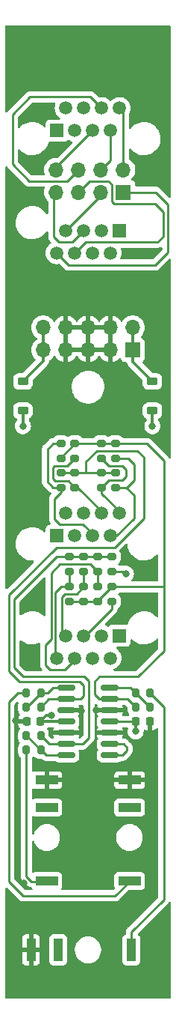
<source format=gbr>
%TF.GenerationSoftware,KiCad,Pcbnew,7.0.5*%
%TF.CreationDate,2023-07-06T16:05:27+01:00*%
%TF.ProjectId,QuangoBreakout_Controls,5175616e-676f-4427-9265-616b6f75745f,rev?*%
%TF.SameCoordinates,Original*%
%TF.FileFunction,Copper,L2,Bot*%
%TF.FilePolarity,Positive*%
%FSLAX46Y46*%
G04 Gerber Fmt 4.6, Leading zero omitted, Abs format (unit mm)*
G04 Created by KiCad (PCBNEW 7.0.5) date 2023-07-06 16:05:27*
%MOMM*%
%LPD*%
G01*
G04 APERTURE LIST*
G04 Aperture macros list*
%AMRoundRect*
0 Rectangle with rounded corners*
0 $1 Rounding radius*
0 $2 $3 $4 $5 $6 $7 $8 $9 X,Y pos of 4 corners*
0 Add a 4 corners polygon primitive as box body*
4,1,4,$2,$3,$4,$5,$6,$7,$8,$9,$2,$3,0*
0 Add four circle primitives for the rounded corners*
1,1,$1+$1,$2,$3*
1,1,$1+$1,$4,$5*
1,1,$1+$1,$6,$7*
1,1,$1+$1,$8,$9*
0 Add four rect primitives between the rounded corners*
20,1,$1+$1,$2,$3,$4,$5,0*
20,1,$1+$1,$4,$5,$6,$7,0*
20,1,$1+$1,$6,$7,$8,$9,0*
20,1,$1+$1,$8,$9,$2,$3,0*%
G04 Aperture macros list end*
%TA.AperFunction,ComponentPad*%
%ADD10C,1.500000*%
%TD*%
%TA.AperFunction,ComponentPad*%
%ADD11R,1.500000X1.500000*%
%TD*%
%TA.AperFunction,ComponentPad*%
%ADD12R,1.000000X2.500000*%
%TD*%
%TA.AperFunction,ComponentPad*%
%ADD13R,2.500000X1.000000*%
%TD*%
%TA.AperFunction,SMDPad,CuDef*%
%ADD14RoundRect,0.225000X-0.225000X-0.250000X0.225000X-0.250000X0.225000X0.250000X-0.225000X0.250000X0*%
%TD*%
%TA.AperFunction,SMDPad,CuDef*%
%ADD15RoundRect,0.200000X-0.275000X0.200000X-0.275000X-0.200000X0.275000X-0.200000X0.275000X0.200000X0*%
%TD*%
%TA.AperFunction,SMDPad,CuDef*%
%ADD16RoundRect,0.200000X0.275000X-0.200000X0.275000X0.200000X-0.275000X0.200000X-0.275000X-0.200000X0*%
%TD*%
%TA.AperFunction,SMDPad,CuDef*%
%ADD17RoundRect,0.150000X-0.825000X-0.150000X0.825000X-0.150000X0.825000X0.150000X-0.825000X0.150000X0*%
%TD*%
%TA.AperFunction,ComponentPad*%
%ADD18R,1.700000X1.700000*%
%TD*%
%TA.AperFunction,ComponentPad*%
%ADD19O,1.700000X1.700000*%
%TD*%
%TA.AperFunction,SMDPad,CuDef*%
%ADD20RoundRect,0.200000X0.200000X0.275000X-0.200000X0.275000X-0.200000X-0.275000X0.200000X-0.275000X0*%
%TD*%
%TA.AperFunction,SMDPad,CuDef*%
%ADD21RoundRect,0.200000X-0.200000X-0.275000X0.200000X-0.275000X0.200000X0.275000X-0.200000X0.275000X0*%
%TD*%
%TA.AperFunction,SMDPad,CuDef*%
%ADD22RoundRect,0.225000X0.225000X0.250000X-0.225000X0.250000X-0.225000X-0.250000X0.225000X-0.250000X0*%
%TD*%
%TA.AperFunction,SMDPad,CuDef*%
%ADD23RoundRect,0.225000X-0.375000X0.225000X-0.375000X-0.225000X0.375000X-0.225000X0.375000X0.225000X0*%
%TD*%
%TA.AperFunction,SMDPad,CuDef*%
%ADD24RoundRect,0.225000X0.375000X-0.225000X0.375000X0.225000X-0.375000X0.225000X-0.375000X-0.225000X0*%
%TD*%
%TA.AperFunction,ViaPad*%
%ADD25C,0.800000*%
%TD*%
%TA.AperFunction,Conductor*%
%ADD26C,0.300000*%
%TD*%
%TA.AperFunction,Conductor*%
%ADD27C,0.250000*%
%TD*%
G04 APERTURE END LIST*
D10*
%TO.P,J1,1*%
%TO.N,/AudioA1_In*%
X62960000Y-59370000D03*
%TO.P,J1,2*%
%TO.N,/AudioA2_In*%
X61930000Y-61910000D03*
%TO.P,J1,3*%
%TO.N,/AudioA3_In*%
X60930000Y-59370000D03*
%TO.P,J1,4*%
%TO.N,/AudioA4_In*%
X59910000Y-61910000D03*
%TO.P,J1,5*%
%TO.N,unconnected-(J1-Pad5)*%
X58900000Y-59370000D03*
%TO.P,J1,6*%
%TO.N,unconnected-(J1-Pad6)*%
X57880000Y-61910000D03*
%TO.P,J1,7*%
%TO.N,unconnected-(J1-Pad7)*%
X56870000Y-59370000D03*
D11*
%TO.P,J1,8*%
%TO.N,unconnected-(J1-Pad8)*%
X55850000Y-61910000D03*
%TD*%
D10*
%TO.P,J2,1*%
%TO.N,/AudioB1_In*%
X55840000Y-75730000D03*
%TO.P,J2,2*%
%TO.N,/AudioB2_In*%
X56870000Y-73190000D03*
%TO.P,J2,3*%
%TO.N,/AudioB3_In*%
X57870000Y-75730000D03*
%TO.P,J2,4*%
%TO.N,/AudioB4_In*%
X58890000Y-73190000D03*
%TO.P,J2,5*%
%TO.N,unconnected-(J2-Pad5)*%
X59900000Y-75730000D03*
%TO.P,J2,6*%
%TO.N,unconnected-(J2-Pad6)*%
X60920000Y-73190000D03*
%TO.P,J2,7*%
%TO.N,unconnected-(J2-Pad7)*%
X61930000Y-75730000D03*
D11*
%TO.P,J2,8*%
%TO.N,unconnected-(J2-Pad8)*%
X62950000Y-73190000D03*
%TD*%
D12*
%TO.P,J9,1*%
%TO.N,GND*%
X52920000Y-154500000D03*
%TO.P,J9,2*%
%TO.N,unconnected-(J9-Pad2)*%
X56020000Y-154500000D03*
%TO.P,J9,3*%
%TO.N,/Audio_Mix_Both*%
X64320000Y-154500000D03*
%TD*%
D13*
%TO.P,J8,1*%
%TO.N,GND*%
X64100000Y-135320000D03*
%TO.P,J8,2*%
%TO.N,unconnected-(J8-Pad2)*%
X64100000Y-138420000D03*
%TO.P,J8,3*%
%TO.N,/Audio_Mix_B*%
X64100000Y-146720000D03*
%TD*%
D10*
%TO.P,J3,1*%
%TO.N,/AudioA1_Return*%
X55840000Y-121530000D03*
%TO.P,J3,2*%
%TO.N,/AudioA2_Return*%
X56870000Y-118990000D03*
%TO.P,J3,3*%
%TO.N,/AudioA3_Return*%
X57870000Y-121530000D03*
%TO.P,J3,4*%
%TO.N,/AudioA4_Return*%
X58890000Y-118990000D03*
%TO.P,J3,5*%
%TO.N,unconnected-(J3-Pad5)*%
X59900000Y-121530000D03*
%TO.P,J3,6*%
%TO.N,unconnected-(J3-Pad6)*%
X60920000Y-118990000D03*
%TO.P,J3,7*%
%TO.N,unconnected-(J3-Pad7)*%
X61930000Y-121530000D03*
D11*
%TO.P,J3,8*%
%TO.N,unconnected-(J3-Pad8)*%
X62950000Y-118990000D03*
%TD*%
D13*
%TO.P,J7,1*%
%TO.N,GND*%
X54700000Y-135320000D03*
%TO.P,J7,2*%
%TO.N,unconnected-(J7-Pad2)*%
X54700000Y-138420000D03*
%TO.P,J7,3*%
%TO.N,/Audio_Mix_A*%
X54700000Y-146720000D03*
%TD*%
D10*
%TO.P,J4,1*%
%TO.N,/AudioB1_Return*%
X62960000Y-105170000D03*
%TO.P,J4,2*%
%TO.N,/AudioB2_Return*%
X61930000Y-107710000D03*
%TO.P,J4,3*%
%TO.N,/AudioB3_Return*%
X60930000Y-105170000D03*
%TO.P,J4,4*%
%TO.N,/AudioB4_Return*%
X59910000Y-107710000D03*
%TO.P,J4,5*%
%TO.N,unconnected-(J4-Pad5)*%
X58900000Y-105170000D03*
%TO.P,J4,6*%
%TO.N,unconnected-(J4-Pad6)*%
X57880000Y-107710000D03*
%TO.P,J4,7*%
%TO.N,unconnected-(J4-Pad7)*%
X56870000Y-105170000D03*
D11*
%TO.P,J4,8*%
%TO.N,unconnected-(J4-Pad8)*%
X55850000Y-107710000D03*
%TD*%
D14*
%TO.P,C2,1*%
%TO.N,-12V*%
X64825000Y-128700000D03*
%TO.P,C2,2*%
%TO.N,GND*%
X66375000Y-128700000D03*
%TD*%
D15*
%TO.P,R6,1*%
%TO.N,Net-(U1B--)*%
X62500000Y-100575000D03*
%TO.P,R6,2*%
%TO.N,/AudioB2_Return*%
X62500000Y-102225000D03*
%TD*%
D16*
%TO.P,R20,1*%
%TO.N,Net-(U1C--)*%
X56300000Y-98925000D03*
%TO.P,R20,2*%
%TO.N,/AudioB4_Return*%
X56300000Y-97275000D03*
%TD*%
D15*
%TO.P,R5,1*%
%TO.N,Net-(U1B--)*%
X60900000Y-100575000D03*
%TO.P,R5,2*%
%TO.N,/AudioB1_Return*%
X60900000Y-102225000D03*
%TD*%
D17*
%TO.P,U1,1*%
%TO.N,Net-(R11-Pad2)*%
X56925000Y-132510000D03*
%TO.P,U1,2,-*%
%TO.N,Net-(U1A--)*%
X56925000Y-131240000D03*
%TO.P,U1,3,+*%
%TO.N,GND*%
X56925000Y-129970000D03*
%TO.P,U1,4,V+*%
%TO.N,+12V*%
X56925000Y-128700000D03*
%TO.P,U1,5,+*%
%TO.N,GND*%
X56925000Y-127430000D03*
%TO.P,U1,6,-*%
%TO.N,Net-(U1B--)*%
X56925000Y-126160000D03*
%TO.P,U1,7*%
%TO.N,Net-(R10-Pad1)*%
X56925000Y-124890000D03*
%TO.P,U1,8*%
%TO.N,Net-(R21-Pad1)*%
X61875000Y-124890000D03*
%TO.P,U1,9,-*%
%TO.N,Net-(U1C--)*%
X61875000Y-126160000D03*
%TO.P,U1,10,+*%
%TO.N,GND*%
X61875000Y-127430000D03*
%TO.P,U1,11,V-*%
%TO.N,-12V*%
X61875000Y-128700000D03*
%TO.P,U1,12,+*%
%TO.N,GND*%
X61875000Y-129970000D03*
%TO.P,U1,13,-*%
%TO.N,Net-(U1D--)*%
X61875000Y-131240000D03*
%TO.P,U1,14*%
X61875000Y-132510000D03*
%TD*%
D18*
%TO.P,J10,1,Pin_1*%
%TO.N,/AudioB1_In*%
X63400000Y-68875000D03*
D19*
%TO.P,J10,2,Pin_2*%
%TO.N,/AudioA1_In*%
X63400000Y-66335000D03*
%TO.P,J10,3,Pin_3*%
%TO.N,/AudioB2_In*%
X60860000Y-68875000D03*
%TO.P,J10,4,Pin_4*%
%TO.N,/AudioA2_In*%
X60860000Y-66335000D03*
%TO.P,J10,5,Pin_5*%
%TO.N,/AudioB3_In*%
X58320000Y-68875000D03*
%TO.P,J10,6,Pin_6*%
%TO.N,/AudioA3_In*%
X58320000Y-66335000D03*
%TO.P,J10,7,Pin_7*%
%TO.N,/AudioB4_In*%
X55780000Y-68875000D03*
%TO.P,J10,8,Pin_8*%
%TO.N,/AudioA4_In*%
X55780000Y-66335000D03*
%TD*%
D15*
%TO.P,R4,1*%
%TO.N,Net-(U1A--)*%
X62100000Y-110075000D03*
%TO.P,R4,2*%
%TO.N,/AudioA4_Return*%
X62100000Y-111725000D03*
%TD*%
%TO.P,R18,1*%
%TO.N,Net-(U1C--)*%
X62500000Y-97275000D03*
%TO.P,R18,2*%
%TO.N,/AudioB2_Return*%
X62500000Y-98925000D03*
%TD*%
D20*
%TO.P,R22,1*%
%TO.N,/Audio_Mix_Both*%
X66425000Y-125500000D03*
%TO.P,R22,2*%
%TO.N,Net-(R21-Pad1)*%
X64775000Y-125500000D03*
%TD*%
D21*
%TO.P,R12,1*%
%TO.N,/Audio_Mix_B*%
X52375000Y-125500000D03*
%TO.P,R12,2*%
%TO.N,Net-(R10-Pad1)*%
X54025000Y-125500000D03*
%TD*%
D16*
%TO.P,R14,1*%
%TO.N,Net-(U1C--)*%
X58900000Y-115125000D03*
%TO.P,R14,2*%
%TO.N,/AudioA2_Return*%
X58900000Y-113475000D03*
%TD*%
D22*
%TO.P,C1,1*%
%TO.N,+12V*%
X53975000Y-128700000D03*
%TO.P,C1,2*%
%TO.N,GND*%
X52425000Y-128700000D03*
%TD*%
D23*
%TO.P,D2,1,K*%
%TO.N,/-12V_IN*%
X66700000Y-90250000D03*
%TO.P,D2,2,A*%
%TO.N,-12V*%
X66700000Y-93550000D03*
%TD*%
D21*
%TO.P,R11,1*%
%TO.N,/Audio_Mix_A*%
X52375000Y-131900000D03*
%TO.P,R11,2*%
%TO.N,Net-(R11-Pad2)*%
X54025000Y-131900000D03*
%TD*%
%TO.P,R10,1*%
%TO.N,Net-(R10-Pad1)*%
X52375000Y-127100000D03*
%TO.P,R10,2*%
%TO.N,Net-(U1B--)*%
X54025000Y-127100000D03*
%TD*%
%TO.P,R9,1*%
%TO.N,Net-(R11-Pad2)*%
X52375000Y-130300000D03*
%TO.P,R9,2*%
%TO.N,Net-(U1A--)*%
X54025000Y-130300000D03*
%TD*%
D15*
%TO.P,R8,1*%
%TO.N,Net-(U1B--)*%
X56300000Y-100575000D03*
%TO.P,R8,2*%
%TO.N,/AudioB4_Return*%
X56300000Y-102225000D03*
%TD*%
D16*
%TO.P,R15,1*%
%TO.N,Net-(U1C--)*%
X60500000Y-115125000D03*
%TO.P,R15,2*%
%TO.N,/AudioA3_Return*%
X60500000Y-113475000D03*
%TD*%
D24*
%TO.P,D1,1,K*%
%TO.N,+12V*%
X52000000Y-93550000D03*
%TO.P,D1,2,A*%
%TO.N,/+12V_IN*%
X52000000Y-90250000D03*
%TD*%
D15*
%TO.P,R19,1*%
%TO.N,Net-(U1C--)*%
X57900000Y-97275000D03*
%TO.P,R19,2*%
%TO.N,/AudioB3_Return*%
X57900000Y-98925000D03*
%TD*%
%TO.P,R16,1*%
%TO.N,Net-(U1C--)*%
X62100000Y-113475000D03*
%TO.P,R16,2*%
%TO.N,/AudioA4_Return*%
X62100000Y-115125000D03*
%TD*%
%TO.P,R1,1*%
%TO.N,Net-(U1A--)*%
X57300000Y-110075000D03*
%TO.P,R1,2*%
%TO.N,/AudioA1_Return*%
X57300000Y-111725000D03*
%TD*%
D20*
%TO.P,R21,1*%
%TO.N,Net-(R21-Pad1)*%
X66425000Y-127100000D03*
%TO.P,R21,2*%
%TO.N,Net-(U1C--)*%
X64775000Y-127100000D03*
%TD*%
D18*
%TO.P,J6,1,Pin_1*%
%TO.N,/-12V_IN*%
X64475000Y-86700000D03*
D19*
%TO.P,J6,2,Pin_2*%
X64475000Y-84160000D03*
%TO.P,J6,3,Pin_3*%
%TO.N,GND*%
X61935000Y-86700000D03*
%TO.P,J6,4,Pin_4*%
X61935000Y-84160000D03*
%TO.P,J6,5,Pin_5*%
X59395000Y-86700000D03*
%TO.P,J6,6,Pin_6*%
X59395000Y-84160000D03*
%TO.P,J6,7,Pin_7*%
X56855000Y-86700000D03*
%TO.P,J6,8,Pin_8*%
X56855000Y-84160000D03*
%TO.P,J6,9,Pin_9*%
%TO.N,/+12V_IN*%
X54315000Y-86700000D03*
%TO.P,J6,10,Pin_10*%
X54315000Y-84160000D03*
%TD*%
D15*
%TO.P,R7,1*%
%TO.N,Net-(U1B--)*%
X57900000Y-100575000D03*
%TO.P,R7,2*%
%TO.N,/AudioB3_Return*%
X57900000Y-102225000D03*
%TD*%
%TO.P,R3,1*%
%TO.N,Net-(U1A--)*%
X60500000Y-110075000D03*
%TO.P,R3,2*%
%TO.N,/AudioA3_Return*%
X60500000Y-111725000D03*
%TD*%
%TO.P,R2,1*%
%TO.N,Net-(U1A--)*%
X58900000Y-110075000D03*
%TO.P,R2,2*%
%TO.N,/AudioA2_Return*%
X58900000Y-111725000D03*
%TD*%
D16*
%TO.P,R13,1*%
%TO.N,Net-(U1C--)*%
X57300000Y-115125000D03*
%TO.P,R13,2*%
%TO.N,/AudioA1_Return*%
X57300000Y-113475000D03*
%TD*%
D15*
%TO.P,R17,1*%
%TO.N,Net-(U1C--)*%
X60900000Y-97275000D03*
%TO.P,R17,2*%
%TO.N,/AudioB1_Return*%
X60900000Y-98925000D03*
%TD*%
D25*
%TO.N,GND*%
X65900000Y-111900000D03*
X65600000Y-115000000D03*
X53500000Y-114500000D03*
X53000000Y-121400000D03*
X64800000Y-121200000D03*
X53500000Y-65300000D03*
X65100000Y-75700000D03*
X53800000Y-59700000D03*
X52500000Y-56500000D03*
X65900000Y-59600000D03*
%TO.N,+12V*%
X52000000Y-95300000D03*
X55200000Y-128000000D03*
%TO.N,-12V*%
X64800000Y-129800000D03*
X66700000Y-95300014D03*
%TO.N,GND*%
X52100000Y-147000000D03*
X60300000Y-127400000D03*
X51200000Y-128600000D03*
X58600000Y-127500000D03*
%TO.N,/AudioA4_Return*%
X63700000Y-112000000D03*
%TD*%
D26*
%TO.N,+12V*%
X53975000Y-128700000D02*
X56925000Y-128700000D01*
X55200000Y-128000000D02*
X54675000Y-128000000D01*
X52000000Y-93550000D02*
X52000000Y-95300000D01*
X54675000Y-128000000D02*
X53975000Y-128700000D01*
%TO.N,-12V*%
X64825000Y-129775000D02*
X64800000Y-129800000D01*
X66700000Y-93550000D02*
X66700000Y-95300014D01*
X64825000Y-128700000D02*
X64825000Y-129775000D01*
D27*
X64825000Y-128700000D02*
X61875000Y-128700000D01*
%TO.N,/AudioA1_In*%
X62960000Y-59370000D02*
X63400000Y-59810000D01*
X63400000Y-59810000D02*
X63400000Y-66335000D01*
%TO.N,/AudioA2_In*%
X61930000Y-65265000D02*
X60860000Y-66335000D01*
X61930000Y-61910000D02*
X61930000Y-65265000D01*
%TO.N,/AudioA3_In*%
X58320000Y-66335000D02*
X57055000Y-67600000D01*
X59660000Y-58100000D02*
X60930000Y-59370000D01*
X52800000Y-58100000D02*
X59660000Y-58100000D01*
X52700000Y-67600000D02*
X50800000Y-65700000D01*
X50800000Y-65700000D02*
X50800000Y-60100000D01*
X57055000Y-67600000D02*
X52700000Y-67600000D01*
X50800000Y-60100000D02*
X52800000Y-58100000D01*
%TO.N,/AudioA4_In*%
X55780000Y-66040000D02*
X55780000Y-66335000D01*
X59910000Y-61910000D02*
X55780000Y-66040000D01*
%TO.N,/AudioB1_In*%
X57210000Y-77100000D02*
X67000000Y-77100000D01*
X68450000Y-70250000D02*
X67075000Y-68875000D01*
X67075000Y-68875000D02*
X63400000Y-68875000D01*
X67000000Y-77100000D02*
X68450000Y-75650000D01*
X55840000Y-75730000D02*
X57210000Y-77100000D01*
X68450000Y-75650000D02*
X68450000Y-70250000D01*
%TO.N,/AudioB2_In*%
X60860000Y-69200000D02*
X60860000Y-68875000D01*
X56870000Y-73190000D02*
X60860000Y-69200000D01*
%TO.N,/AudioB3_In*%
X59595000Y-67600000D02*
X58320000Y-68875000D01*
X67900000Y-73900000D02*
X67900000Y-71100000D01*
X62100000Y-69925000D02*
X62100000Y-68000000D01*
X57870000Y-75730000D02*
X59100000Y-74500000D01*
X67900000Y-71100000D02*
X67000000Y-70200000D01*
X67000000Y-70200000D02*
X62375000Y-70200000D01*
X61700000Y-67600000D02*
X59595000Y-67600000D01*
X67300000Y-74500000D02*
X67900000Y-73900000D01*
X62100000Y-68000000D02*
X61700000Y-67600000D01*
X59100000Y-74500000D02*
X67300000Y-74500000D01*
X62375000Y-70200000D02*
X62100000Y-69925000D01*
%TO.N,/AudioB4_In*%
X56100000Y-74500000D02*
X55500000Y-73900000D01*
X57580000Y-74500000D02*
X56100000Y-74500000D01*
X58890000Y-73190000D02*
X57580000Y-74500000D01*
X55500000Y-69155000D02*
X55780000Y-68875000D01*
X55500000Y-73900000D02*
X55500000Y-69155000D01*
%TO.N,/AudioA1_Return*%
X57300000Y-113475000D02*
X56325000Y-113475000D01*
X55700000Y-121190000D02*
X56040000Y-121530000D01*
X57300000Y-113475000D02*
X57300000Y-111725000D01*
X55700000Y-114100000D02*
X55700000Y-121190000D01*
X56325000Y-113475000D02*
X55700000Y-114100000D01*
%TO.N,/AudioA2_Return*%
X56400000Y-118320000D02*
X57070000Y-118990000D01*
X56400000Y-114600000D02*
X56400000Y-118320000D01*
X56725000Y-114275000D02*
X56400000Y-114600000D01*
X58100000Y-114275000D02*
X56725000Y-114275000D01*
X58900000Y-113475000D02*
X58100000Y-114275000D01*
X58900000Y-113475000D02*
X58900000Y-111725000D01*
%TO.N,/AudioA3_Return*%
X55200000Y-119400000D02*
X54600000Y-120000000D01*
X55100000Y-122800000D02*
X56800000Y-122800000D01*
X59675000Y-110900000D02*
X56200000Y-110900000D01*
X55200000Y-111900000D02*
X55200000Y-119400000D01*
X60500000Y-113475000D02*
X60500000Y-111725000D01*
X56800000Y-122800000D02*
X58070000Y-121530000D01*
X60500000Y-111725000D02*
X59675000Y-110900000D01*
X54600000Y-120000000D02*
X54600000Y-122300000D01*
X54600000Y-122300000D02*
X55100000Y-122800000D01*
X56200000Y-110900000D02*
X55200000Y-111900000D01*
%TO.N,/AudioA4_Return*%
X62100000Y-115980000D02*
X59090000Y-118990000D01*
X62100000Y-111725000D02*
X63425000Y-111725000D01*
X63425000Y-111725000D02*
X63700000Y-112000000D01*
X62100000Y-115125000D02*
X62100000Y-115980000D01*
%TO.N,/AudioB1_Return*%
X63160000Y-105170000D02*
X63160000Y-105160000D01*
X63700000Y-101000000D02*
X63700000Y-100200000D01*
X61725000Y-101400000D02*
X63300000Y-101400000D01*
X61775000Y-99800000D02*
X60900000Y-98925000D01*
X63160000Y-105160000D02*
X60900000Y-102900000D01*
X60900000Y-102225000D02*
X61725000Y-101400000D01*
X63300000Y-99800000D02*
X61775000Y-99800000D01*
X60900000Y-102900000D02*
X60900000Y-102225000D01*
X63300000Y-101400000D02*
X63700000Y-101000000D01*
X63700000Y-100200000D02*
X63300000Y-99800000D01*
%TO.N,/AudioB2_Return*%
X63775000Y-102225000D02*
X62500000Y-102225000D01*
X63925000Y-98925000D02*
X64600000Y-99600000D01*
X64600000Y-105700000D02*
X64600000Y-103100000D01*
X64600000Y-99600000D02*
X64600000Y-101400000D01*
X62500000Y-98925000D02*
X63925000Y-98925000D01*
X62130000Y-107710000D02*
X62590000Y-107710000D01*
X64600000Y-101400000D02*
X63775000Y-102225000D01*
X64600000Y-103100000D02*
X63725000Y-102225000D01*
X63725000Y-102225000D02*
X62500000Y-102225000D01*
X62590000Y-107710000D02*
X64600000Y-105700000D01*
%TO.N,/AudioB3_Return*%
X55400000Y-100000000D02*
X55600000Y-99800000D01*
X58185000Y-102225000D02*
X57900000Y-102225000D01*
X57175000Y-101500000D02*
X55650000Y-101500000D01*
X55600000Y-99800000D02*
X57025000Y-99800000D01*
X55650000Y-101500000D02*
X55400000Y-101250000D01*
X57900000Y-102225000D02*
X57175000Y-101500000D01*
X57025000Y-99800000D02*
X57900000Y-98925000D01*
X55400000Y-101250000D02*
X55400000Y-100000000D01*
X61130000Y-105170000D02*
X58185000Y-102225000D01*
%TO.N,/AudioB4_Return*%
X56200000Y-106400000D02*
X58800000Y-106400000D01*
X56300000Y-102225000D02*
X55425000Y-102225000D01*
X55600000Y-105800000D02*
X56200000Y-106400000D01*
X55600000Y-103500000D02*
X55600000Y-105800000D01*
X56300000Y-102800000D02*
X55600000Y-103500000D01*
X54800000Y-97900000D02*
X55425000Y-97275000D01*
X55425000Y-97275000D02*
X56300000Y-97275000D01*
X56300000Y-102225000D02*
X56300000Y-102800000D01*
X55425000Y-102225000D02*
X54800000Y-101600000D01*
X54800000Y-101600000D02*
X54800000Y-97900000D01*
X58800000Y-106400000D02*
X60110000Y-107710000D01*
%TO.N,Net-(U1A--)*%
X57300000Y-110075000D02*
X55825000Y-110075000D01*
X59500000Y-124100000D02*
X59500000Y-130500000D01*
X51000000Y-122600000D02*
X52000000Y-123600000D01*
X59000000Y-123600000D02*
X59500000Y-124100000D01*
X52000000Y-123600000D02*
X59000000Y-123600000D01*
X58900000Y-110075000D02*
X60500000Y-110075000D01*
X62100000Y-110075000D02*
X60500000Y-110075000D01*
X54965000Y-131240000D02*
X54025000Y-130300000D01*
X51000000Y-114900000D02*
X51000000Y-122600000D01*
X56925000Y-131240000D02*
X54965000Y-131240000D01*
X55825000Y-110075000D02*
X51000000Y-114900000D01*
X57300000Y-110075000D02*
X58900000Y-110075000D01*
X59500000Y-130500000D02*
X58760000Y-131240000D01*
X58760000Y-131240000D02*
X56925000Y-131240000D01*
%TO.N,Net-(U1B--)*%
X59175000Y-100575000D02*
X60900000Y-100575000D01*
X65700000Y-98800000D02*
X65000000Y-98100000D01*
X56300000Y-100575000D02*
X57900000Y-100575000D01*
X65700000Y-105700000D02*
X65700000Y-98800000D01*
X54892062Y-126160000D02*
X56925000Y-126160000D01*
X62400000Y-109000000D02*
X65700000Y-105700000D01*
X60900000Y-100575000D02*
X62500000Y-100575000D01*
X51600000Y-124200000D02*
X50400000Y-123000000D01*
X55800000Y-109000000D02*
X62400000Y-109000000D01*
X65000000Y-98100000D02*
X60400000Y-98100000D01*
X58540000Y-126160000D02*
X58900000Y-125800000D01*
X50400000Y-114400000D02*
X55800000Y-109000000D01*
X57900000Y-100575000D02*
X59575000Y-100575000D01*
X56925000Y-126160000D02*
X58540000Y-126160000D01*
X50400000Y-123000000D02*
X50400000Y-114400000D01*
X58900000Y-124600000D02*
X58500000Y-124200000D01*
X58500000Y-124200000D02*
X51600000Y-124200000D01*
X60400000Y-98100000D02*
X59175000Y-99325000D01*
X54025000Y-127079124D02*
X54025000Y-127027062D01*
X59175000Y-99325000D02*
X59175000Y-100575000D01*
X58900000Y-125800000D02*
X58900000Y-124600000D01*
X54025000Y-127027062D02*
X54892062Y-126160000D01*
%TO.N,/Audio_Mix_A*%
X52375000Y-131900000D02*
X52375000Y-146175000D01*
X52375000Y-146175000D02*
X52972500Y-146772500D01*
X52972500Y-146772500D02*
X54700000Y-146772500D01*
%TO.N,/Audio_Mix_B*%
X52000000Y-148400000D02*
X62472500Y-148400000D01*
X62472500Y-148400000D02*
X64100000Y-146772500D01*
X50400000Y-126500000D02*
X50400000Y-146800000D01*
X51420876Y-125479124D02*
X50400000Y-126500000D01*
X50400000Y-146800000D02*
X52000000Y-148400000D01*
X52375000Y-125479124D02*
X51420876Y-125479124D01*
%TO.N,/Audio_Mix_Both*%
X66425000Y-125479124D02*
X68000000Y-127054124D01*
X68000000Y-148800000D02*
X64320000Y-152480000D01*
X68000000Y-127054124D02*
X68000000Y-148800000D01*
X64320000Y-152480000D02*
X64320000Y-154500000D01*
%TO.N,Net-(U1C--)*%
X61875000Y-126160000D02*
X63855876Y-126160000D01*
X57300000Y-115125000D02*
X58900000Y-115125000D01*
X67975000Y-113475000D02*
X62100000Y-113475000D01*
X56300000Y-98925000D02*
X56300000Y-98875000D01*
X62500000Y-97275000D02*
X60900000Y-97275000D01*
X58900000Y-115125000D02*
X60500000Y-115125000D01*
X60149501Y-124150499D02*
X60700000Y-123600000D01*
X68000000Y-120700000D02*
X68000000Y-99200000D01*
X66075000Y-97275000D02*
X62500000Y-97275000D01*
X61875000Y-126160000D02*
X60660000Y-126160000D01*
X56300000Y-98875000D02*
X57900000Y-97275000D01*
X60500000Y-115075000D02*
X62100000Y-113475000D01*
X60149501Y-125649501D02*
X60149501Y-124150499D01*
X68000000Y-99200000D02*
X66075000Y-97275000D01*
X60660000Y-126160000D02*
X60149501Y-125649501D01*
X60700000Y-123600000D02*
X65100000Y-123600000D01*
X68000000Y-113500000D02*
X67975000Y-113475000D01*
X57900000Y-97275000D02*
X60637500Y-97275000D01*
X60500000Y-115125000D02*
X60500000Y-115075000D01*
X63855876Y-126160000D02*
X64775000Y-127079124D01*
X65100000Y-123600000D02*
X68000000Y-120700000D01*
%TO.N,Net-(R11-Pad2)*%
X54635000Y-132510000D02*
X56925000Y-132510000D01*
X52375000Y-130279124D02*
X52404124Y-130279124D01*
X52404124Y-130279124D02*
X54635000Y-132510000D01*
%TO.N,Net-(R10-Pad1)*%
X54025000Y-125479124D02*
X54800000Y-125479124D01*
X52375000Y-127079124D02*
X52425000Y-127079124D01*
X52425000Y-127079124D02*
X54025000Y-125479124D01*
X54800000Y-125479124D02*
X55389124Y-124890000D01*
X55389124Y-124890000D02*
X56925000Y-124890000D01*
%TO.N,Net-(R21-Pad1)*%
X64775000Y-125479124D02*
X64825000Y-125479124D01*
X64185876Y-124890000D02*
X64775000Y-125479124D01*
X61875000Y-124890000D02*
X64185876Y-124890000D01*
X64825000Y-125479124D02*
X66425000Y-127079124D01*
D26*
%TO.N,/+12V_IN*%
X54300000Y-87950000D02*
X52000000Y-90250000D01*
X54300000Y-84175000D02*
X54300000Y-87950000D01*
X54315000Y-84160000D02*
X54300000Y-84175000D01*
%TO.N,/-12V_IN*%
X64475000Y-84160000D02*
X64475000Y-88025000D01*
X64475000Y-88025000D02*
X66700000Y-90250000D01*
D27*
%TO.N,Net-(U1D--)*%
X61875000Y-132510000D02*
X63290000Y-132510000D01*
X63800000Y-131600000D02*
X63440000Y-131240000D01*
X63800000Y-132000000D02*
X63800000Y-131600000D01*
X63440000Y-131240000D02*
X61875000Y-131240000D01*
X63290000Y-132510000D02*
X63800000Y-132000000D01*
%TD*%
%TA.AperFunction,Conductor*%
%TO.N,GND*%
G36*
X60327299Y-126706984D02*
G01*
X60328132Y-126705577D01*
X60334953Y-126709610D01*
X60334957Y-126709611D01*
X60334960Y-126709614D01*
X60378259Y-126728351D01*
X60383585Y-126730960D01*
X60424934Y-126753692D01*
X60424935Y-126753692D01*
X60424940Y-126753695D01*
X60424944Y-126753696D01*
X60427019Y-126754518D01*
X60428410Y-126755603D01*
X60431887Y-126757515D01*
X60431578Y-126758075D01*
X60482995Y-126798190D01*
X60506474Y-126865192D01*
X60490002Y-126934251D01*
X60489095Y-126935810D01*
X60441319Y-127016596D01*
X60395007Y-127175999D01*
X60395007Y-127176000D01*
X63354992Y-127176000D01*
X63308681Y-127016598D01*
X63289189Y-126983639D01*
X63271730Y-126914823D01*
X63294247Y-126847491D01*
X63349592Y-126803022D01*
X63397643Y-126793500D01*
X63541282Y-126793500D01*
X63609403Y-126813502D01*
X63630377Y-126830405D01*
X63829595Y-127029623D01*
X63863621Y-127091935D01*
X63866500Y-127118718D01*
X63866500Y-127432261D01*
X63872986Y-127503646D01*
X63872986Y-127503647D01*
X63924170Y-127667906D01*
X63924172Y-127667911D01*
X64013181Y-127815151D01*
X64013184Y-127815155D01*
X64016252Y-127818223D01*
X64017781Y-127821022D01*
X64017887Y-127821158D01*
X64017864Y-127821175D01*
X64050280Y-127880531D01*
X64045219Y-127951348D01*
X64023656Y-127984927D01*
X64025268Y-127986202D01*
X64020713Y-127991962D01*
X64011655Y-128006648D01*
X63958869Y-128054126D01*
X63904415Y-128066500D01*
X63397643Y-128066500D01*
X63329522Y-128046498D01*
X63283029Y-127992842D01*
X63272925Y-127922568D01*
X63289189Y-127876361D01*
X63308681Y-127843401D01*
X63354993Y-127684000D01*
X60395007Y-127684000D01*
X60441318Y-127843401D01*
X60525946Y-127986498D01*
X60526616Y-127987362D01*
X60526930Y-127988162D01*
X60529981Y-127993321D01*
X60529148Y-127993813D01*
X60552563Y-128053448D01*
X60538662Y-128123070D01*
X60526625Y-128141802D01*
X60525551Y-128143186D01*
X60440856Y-128286396D01*
X60394437Y-128446170D01*
X60394437Y-128446171D01*
X60391500Y-128483488D01*
X60391500Y-128916511D01*
X60394437Y-128953828D01*
X60394437Y-128953829D01*
X60440856Y-129113605D01*
X60525544Y-129256803D01*
X60526615Y-129258184D01*
X60527117Y-129259463D01*
X60529582Y-129263631D01*
X60528909Y-129264028D01*
X60552562Y-129324270D01*
X60538662Y-129393892D01*
X60526614Y-129412639D01*
X60525946Y-129413499D01*
X60441318Y-129556598D01*
X60395007Y-129715999D01*
X60395007Y-129716000D01*
X63354992Y-129716000D01*
X63308681Y-129556598D01*
X63289189Y-129523639D01*
X63271730Y-129454823D01*
X63294247Y-129387491D01*
X63349592Y-129343022D01*
X63397643Y-129333500D01*
X63822898Y-129333500D01*
X63891019Y-129353502D01*
X63937512Y-129407158D01*
X63947616Y-129477432D01*
X63942731Y-129498437D01*
X63906457Y-129610072D01*
X63886496Y-129800000D01*
X63906457Y-129989927D01*
X63936526Y-130082470D01*
X63965473Y-130171556D01*
X63984966Y-130205319D01*
X64060958Y-130336941D01*
X64060965Y-130336951D01*
X64188744Y-130478864D01*
X64195830Y-130484012D01*
X64343248Y-130591118D01*
X64517712Y-130668794D01*
X64704513Y-130708500D01*
X64895487Y-130708500D01*
X65082288Y-130668794D01*
X65256752Y-130591118D01*
X65411253Y-130478866D01*
X65416461Y-130473082D01*
X65539034Y-130336951D01*
X65539035Y-130336949D01*
X65539040Y-130336944D01*
X65634527Y-130171556D01*
X65693542Y-129989928D01*
X65713504Y-129800000D01*
X65709691Y-129763721D01*
X65722463Y-129693884D01*
X65770966Y-129642037D01*
X65839798Y-129624643D01*
X65874634Y-129630948D01*
X66000758Y-129672742D01*
X66000770Y-129672744D01*
X66101147Y-129682999D01*
X66101147Y-129683000D01*
X66121000Y-129683000D01*
X66121000Y-128572000D01*
X66141002Y-128503879D01*
X66194658Y-128457386D01*
X66247000Y-128446000D01*
X66503000Y-128446000D01*
X66571121Y-128466002D01*
X66617614Y-128519658D01*
X66629000Y-128572000D01*
X66629000Y-129683000D01*
X66648853Y-129683000D01*
X66648852Y-129682999D01*
X66749229Y-129672744D01*
X66749241Y-129672742D01*
X66911884Y-129618847D01*
X67057728Y-129528890D01*
X67151404Y-129435214D01*
X67213716Y-129401189D01*
X67284532Y-129406253D01*
X67341368Y-129448800D01*
X67366179Y-129515320D01*
X67366500Y-129524309D01*
X67366500Y-148485404D01*
X67346498Y-148553525D01*
X67329595Y-148574499D01*
X63931336Y-151972757D01*
X63918901Y-151982721D01*
X63919089Y-151982948D01*
X63912979Y-151988002D01*
X63865694Y-152038355D01*
X63864319Y-152039774D01*
X63843863Y-152060231D01*
X63839560Y-152065777D01*
X63835714Y-152070279D01*
X63803417Y-152104674D01*
X63803411Y-152104683D01*
X63793651Y-152122435D01*
X63782803Y-152138950D01*
X63770386Y-152154958D01*
X63751645Y-152198264D01*
X63749034Y-152203594D01*
X63726305Y-152244939D01*
X63726303Y-152244944D01*
X63721267Y-152264559D01*
X63714864Y-152283262D01*
X63706819Y-152301852D01*
X63699437Y-152348456D01*
X63698233Y-152354268D01*
X63686500Y-152399968D01*
X63686500Y-152420223D01*
X63684949Y-152439933D01*
X63681780Y-152459942D01*
X63681780Y-152459943D01*
X63686220Y-152506917D01*
X63686500Y-152512850D01*
X63686500Y-152669591D01*
X63666498Y-152737712D01*
X63612842Y-152784205D01*
X63604534Y-152787646D01*
X63573795Y-152799111D01*
X63573792Y-152799112D01*
X63456738Y-152886738D01*
X63369112Y-153003792D01*
X63369110Y-153003797D01*
X63318011Y-153140795D01*
X63318009Y-153140803D01*
X63311500Y-153201350D01*
X63311500Y-155798649D01*
X63318009Y-155859196D01*
X63318011Y-155859204D01*
X63369110Y-155996202D01*
X63369112Y-155996207D01*
X63456738Y-156113261D01*
X63573792Y-156200887D01*
X63573794Y-156200888D01*
X63573796Y-156200889D01*
X63632875Y-156222924D01*
X63710795Y-156251988D01*
X63710803Y-156251990D01*
X63771350Y-156258499D01*
X63771355Y-156258499D01*
X63771362Y-156258500D01*
X63771368Y-156258500D01*
X64868632Y-156258500D01*
X64868638Y-156258500D01*
X64868645Y-156258499D01*
X64868649Y-156258499D01*
X64929196Y-156251990D01*
X64929199Y-156251989D01*
X64929201Y-156251989D01*
X65066204Y-156200889D01*
X65066799Y-156200444D01*
X65183261Y-156113261D01*
X65270887Y-155996207D01*
X65270887Y-155996206D01*
X65270889Y-155996204D01*
X65321989Y-155859201D01*
X65328500Y-155798638D01*
X65328500Y-153201362D01*
X65322001Y-153140906D01*
X65321990Y-153140803D01*
X65321988Y-153140795D01*
X65275028Y-153014893D01*
X65270889Y-153003796D01*
X65270888Y-153003794D01*
X65270887Y-153003792D01*
X65183261Y-152886738D01*
X65085726Y-152813725D01*
X65043179Y-152756890D01*
X65038114Y-152686074D01*
X65072136Y-152623766D01*
X68388660Y-149307243D01*
X68401098Y-149297280D01*
X68400910Y-149297053D01*
X68407016Y-149292001D01*
X68407015Y-149292001D01*
X68407018Y-149292000D01*
X68454337Y-149241608D01*
X68455651Y-149240252D01*
X68476135Y-149219770D01*
X68480445Y-149214212D01*
X68484274Y-149209729D01*
X68516586Y-149175321D01*
X68526346Y-149157565D01*
X68537195Y-149141050D01*
X68549614Y-149125041D01*
X68557861Y-149105983D01*
X68603269Y-149051406D01*
X68670975Y-149030043D01*
X68739483Y-149048676D01*
X68787042Y-149101390D01*
X68799500Y-149156018D01*
X68799500Y-159873500D01*
X68779498Y-159941621D01*
X68725842Y-159988114D01*
X68673500Y-159999500D01*
X50126500Y-159999500D01*
X50058379Y-159979498D01*
X50011886Y-159925842D01*
X50000500Y-159873500D01*
X50000500Y-154754000D01*
X51912000Y-154754000D01*
X51912000Y-155798597D01*
X51918505Y-155859093D01*
X51969555Y-155995964D01*
X51969555Y-155995965D01*
X52057095Y-156112904D01*
X52174034Y-156200444D01*
X52310906Y-156251494D01*
X52371402Y-156257999D01*
X52371415Y-156258000D01*
X52666000Y-156258000D01*
X52666000Y-155024624D01*
X52670000Y-155024624D01*
X52684505Y-155097545D01*
X52739760Y-155180240D01*
X52822455Y-155235495D01*
X52920000Y-155254898D01*
X53017545Y-155235495D01*
X53100240Y-155180240D01*
X53155495Y-155097545D01*
X53170000Y-155024624D01*
X53170000Y-154754000D01*
X53174000Y-154754000D01*
X53174000Y-156258000D01*
X53468585Y-156258000D01*
X53468597Y-156257999D01*
X53529093Y-156251494D01*
X53665964Y-156200444D01*
X53665965Y-156200444D01*
X53782904Y-156112904D01*
X53870444Y-155995965D01*
X53870444Y-155995964D01*
X53921494Y-155859093D01*
X53927993Y-155798649D01*
X55011500Y-155798649D01*
X55018009Y-155859196D01*
X55018011Y-155859204D01*
X55069110Y-155996202D01*
X55069112Y-155996207D01*
X55156738Y-156113261D01*
X55273792Y-156200887D01*
X55273794Y-156200888D01*
X55273796Y-156200889D01*
X55332875Y-156222924D01*
X55410795Y-156251988D01*
X55410803Y-156251990D01*
X55471350Y-156258499D01*
X55471355Y-156258499D01*
X55471362Y-156258500D01*
X55471368Y-156258500D01*
X56568632Y-156258500D01*
X56568638Y-156258500D01*
X56568645Y-156258499D01*
X56568649Y-156258499D01*
X56629196Y-156251990D01*
X56629199Y-156251989D01*
X56629201Y-156251989D01*
X56766204Y-156200889D01*
X56766799Y-156200444D01*
X56883261Y-156113261D01*
X56970887Y-155996207D01*
X56970887Y-155996206D01*
X56970889Y-155996204D01*
X57021989Y-155859201D01*
X57028500Y-155798638D01*
X57028500Y-154624335D01*
X57899500Y-154624335D01*
X57921137Y-154754000D01*
X57940428Y-154869609D01*
X57940430Y-154869618D01*
X58021170Y-155104807D01*
X58021171Y-155104809D01*
X58139525Y-155323508D01*
X58139526Y-155323509D01*
X58292267Y-155519750D01*
X58475214Y-155688164D01*
X58683393Y-155824173D01*
X58683392Y-155824173D01*
X58829411Y-155888222D01*
X58911119Y-155924063D01*
X58911120Y-155924063D01*
X58911122Y-155924064D01*
X59152171Y-155985106D01*
X59152179Y-155985108D01*
X59337933Y-156000500D01*
X59337939Y-156000500D01*
X59462061Y-156000500D01*
X59462067Y-156000500D01*
X59647821Y-155985108D01*
X59888881Y-155924063D01*
X60116607Y-155824173D01*
X60324785Y-155688164D01*
X60324785Y-155688163D01*
X60507732Y-155519750D01*
X60507733Y-155519748D01*
X60507738Y-155519744D01*
X60660474Y-155323509D01*
X60778828Y-155104810D01*
X60859571Y-154869614D01*
X60900500Y-154624335D01*
X60900500Y-154375665D01*
X60859571Y-154130386D01*
X60778828Y-153895190D01*
X60660474Y-153676491D01*
X60507738Y-153480256D01*
X60507736Y-153480254D01*
X60507732Y-153480249D01*
X60324785Y-153311835D01*
X60116606Y-153175826D01*
X60116607Y-153175826D01*
X59888884Y-153075938D01*
X59888877Y-153075935D01*
X59647828Y-153014893D01*
X59647823Y-153014892D01*
X59647821Y-153014892D01*
X59531140Y-153005223D01*
X59462070Y-152999500D01*
X59462067Y-152999500D01*
X59337933Y-152999500D01*
X59337929Y-152999500D01*
X59245835Y-153007131D01*
X59152179Y-153014892D01*
X59152177Y-153014892D01*
X59152171Y-153014893D01*
X58911122Y-153075935D01*
X58911115Y-153075938D01*
X58683393Y-153175826D01*
X58475214Y-153311835D01*
X58292267Y-153480249D01*
X58139526Y-153676490D01*
X58139525Y-153676491D01*
X58021171Y-153895190D01*
X58021170Y-153895192D01*
X57940430Y-154130381D01*
X57940428Y-154130386D01*
X57940429Y-154130386D01*
X57899500Y-154375665D01*
X57899500Y-154624335D01*
X57028500Y-154624335D01*
X57028500Y-153201362D01*
X57022001Y-153140906D01*
X57021990Y-153140803D01*
X57021988Y-153140795D01*
X56975028Y-153014893D01*
X56970889Y-153003796D01*
X56970888Y-153003794D01*
X56970887Y-153003792D01*
X56883261Y-152886738D01*
X56766207Y-152799112D01*
X56766202Y-152799110D01*
X56629204Y-152748011D01*
X56629196Y-152748009D01*
X56568649Y-152741500D01*
X56568638Y-152741500D01*
X55471362Y-152741500D01*
X55471350Y-152741500D01*
X55410803Y-152748009D01*
X55410795Y-152748011D01*
X55273797Y-152799110D01*
X55273792Y-152799112D01*
X55156738Y-152886738D01*
X55069112Y-153003792D01*
X55069110Y-153003797D01*
X55018011Y-153140795D01*
X55018009Y-153140803D01*
X55011500Y-153201350D01*
X55011500Y-155798649D01*
X53927993Y-155798649D01*
X53927999Y-155798597D01*
X53928000Y-155798585D01*
X53928000Y-154754000D01*
X53174000Y-154754000D01*
X53170000Y-154754000D01*
X53170000Y-153975376D01*
X53155495Y-153902455D01*
X53100240Y-153819760D01*
X53017545Y-153764505D01*
X52920000Y-153745102D01*
X52822455Y-153764505D01*
X52739760Y-153819760D01*
X52684505Y-153902455D01*
X52670000Y-153975376D01*
X52670000Y-155024624D01*
X52666000Y-155024624D01*
X52666000Y-154754000D01*
X51912000Y-154754000D01*
X50000500Y-154754000D01*
X50000500Y-154246000D01*
X51912000Y-154246000D01*
X52666000Y-154246000D01*
X52666000Y-152742000D01*
X53174000Y-152742000D01*
X53174000Y-154246000D01*
X53928000Y-154246000D01*
X53928000Y-153201414D01*
X53927999Y-153201402D01*
X53921494Y-153140906D01*
X53870444Y-153004035D01*
X53870444Y-153004034D01*
X53782904Y-152887095D01*
X53665965Y-152799555D01*
X53529093Y-152748505D01*
X53468597Y-152742000D01*
X53174000Y-152742000D01*
X52666000Y-152742000D01*
X52371402Y-152742000D01*
X52310906Y-152748505D01*
X52174035Y-152799555D01*
X52174034Y-152799555D01*
X52057095Y-152887095D01*
X51969555Y-153004034D01*
X51969555Y-153004035D01*
X51918505Y-153140906D01*
X51912000Y-153201402D01*
X51912000Y-154246000D01*
X50000500Y-154246000D01*
X50000500Y-147600594D01*
X50020502Y-147532473D01*
X50074158Y-147485980D01*
X50144432Y-147475876D01*
X50209012Y-147505370D01*
X50215595Y-147511499D01*
X51492753Y-148788657D01*
X51502720Y-148801097D01*
X51502947Y-148800910D01*
X51507999Y-148807017D01*
X51558388Y-148854335D01*
X51559777Y-148855681D01*
X51580231Y-148876135D01*
X51585770Y-148880431D01*
X51590282Y-148884285D01*
X51624679Y-148916586D01*
X51642427Y-148926342D01*
X51658957Y-148937201D01*
X51674959Y-148949614D01*
X51715149Y-148967005D01*
X51718262Y-148968352D01*
X51723583Y-148970958D01*
X51764940Y-148993695D01*
X51764948Y-148993697D01*
X51784558Y-148998732D01*
X51803267Y-149005137D01*
X51821855Y-149013181D01*
X51868477Y-149020564D01*
X51874262Y-149021763D01*
X51919970Y-149033500D01*
X51940224Y-149033500D01*
X51959934Y-149035051D01*
X51962141Y-149035400D01*
X51979943Y-149038220D01*
X52014472Y-149034956D01*
X52026917Y-149033780D01*
X52032850Y-149033500D01*
X62388647Y-149033500D01*
X62404488Y-149035249D01*
X62404516Y-149034956D01*
X62412401Y-149035700D01*
X62412409Y-149035702D01*
X62473708Y-149033775D01*
X62481476Y-149033531D01*
X62483455Y-149033500D01*
X62512351Y-149033500D01*
X62512356Y-149033500D01*
X62519318Y-149032619D01*
X62525219Y-149032154D01*
X62572389Y-149030673D01*
X62591847Y-149025019D01*
X62611194Y-149021013D01*
X62631297Y-149018474D01*
X62675179Y-149001099D01*
X62680774Y-148999183D01*
X62709316Y-148990891D01*
X62726091Y-148986019D01*
X62726095Y-148986017D01*
X62743526Y-148975708D01*
X62761280Y-148967009D01*
X62780117Y-148959552D01*
X62818286Y-148931818D01*
X62823244Y-148928562D01*
X62863862Y-148904542D01*
X62878185Y-148890218D01*
X62893224Y-148877374D01*
X62909607Y-148865472D01*
X62939693Y-148829103D01*
X62943661Y-148824741D01*
X64003001Y-147765402D01*
X64065311Y-147731379D01*
X64092094Y-147728500D01*
X65398632Y-147728500D01*
X65398638Y-147728500D01*
X65398645Y-147728499D01*
X65398649Y-147728499D01*
X65459196Y-147721990D01*
X65459199Y-147721989D01*
X65459201Y-147721989D01*
X65596204Y-147670889D01*
X65648806Y-147631512D01*
X65713261Y-147583261D01*
X65800887Y-147466207D01*
X65800887Y-147466206D01*
X65800889Y-147466204D01*
X65851989Y-147329201D01*
X65852752Y-147322112D01*
X65858499Y-147268649D01*
X65858500Y-147268632D01*
X65858500Y-146171367D01*
X65858499Y-146171350D01*
X65851990Y-146110803D01*
X65851988Y-146110795D01*
X65800889Y-145973797D01*
X65800887Y-145973792D01*
X65713261Y-145856738D01*
X65596207Y-145769112D01*
X65596202Y-145769110D01*
X65459204Y-145718011D01*
X65459196Y-145718009D01*
X65398649Y-145711500D01*
X65398638Y-145711500D01*
X62801362Y-145711500D01*
X62801350Y-145711500D01*
X62740803Y-145718009D01*
X62740795Y-145718011D01*
X62603797Y-145769110D01*
X62603792Y-145769112D01*
X62486738Y-145856738D01*
X62399112Y-145973792D01*
X62399110Y-145973797D01*
X62348011Y-146110795D01*
X62348009Y-146110803D01*
X62341500Y-146171350D01*
X62341500Y-147268649D01*
X62348009Y-147329196D01*
X62348011Y-147329204D01*
X62401042Y-147471382D01*
X62406108Y-147542198D01*
X62372083Y-147604510D01*
X62247000Y-147729595D01*
X62184688Y-147763620D01*
X62157904Y-147766500D01*
X56427806Y-147766500D01*
X56359685Y-147746498D01*
X56313192Y-147692842D01*
X56303088Y-147622568D01*
X56326938Y-147564991D01*
X56400887Y-147466207D01*
X56400887Y-147466206D01*
X56400889Y-147466204D01*
X56451989Y-147329201D01*
X56452752Y-147322112D01*
X56458499Y-147268649D01*
X56458500Y-147268632D01*
X56458500Y-146171367D01*
X56458499Y-146171350D01*
X56451990Y-146110803D01*
X56451988Y-146110795D01*
X56400889Y-145973797D01*
X56400887Y-145973792D01*
X56313261Y-145856738D01*
X56196207Y-145769112D01*
X56196202Y-145769110D01*
X56059204Y-145718011D01*
X56059196Y-145718009D01*
X55998649Y-145711500D01*
X55998638Y-145711500D01*
X53401362Y-145711500D01*
X53401350Y-145711500D01*
X53340803Y-145718009D01*
X53340795Y-145718011D01*
X53203797Y-145769110D01*
X53195882Y-145773432D01*
X53194204Y-145770358D01*
X53143461Y-145789272D01*
X53074091Y-145774165D01*
X53023899Y-145723952D01*
X53008500Y-145663591D01*
X53008500Y-142249104D01*
X53028502Y-142180983D01*
X53082158Y-142134490D01*
X53152432Y-142124386D01*
X53217012Y-142153880D01*
X53253673Y-142208192D01*
X53321170Y-142404807D01*
X53321171Y-142404809D01*
X53439525Y-142623508D01*
X53439526Y-142623509D01*
X53592267Y-142819750D01*
X53775214Y-142988164D01*
X53983393Y-143124173D01*
X53983392Y-143124173D01*
X54129411Y-143188222D01*
X54211119Y-143224063D01*
X54211120Y-143224063D01*
X54211122Y-143224064D01*
X54452171Y-143285106D01*
X54452179Y-143285108D01*
X54637933Y-143300500D01*
X54637939Y-143300500D01*
X54762061Y-143300500D01*
X54762067Y-143300500D01*
X54947821Y-143285108D01*
X55188881Y-143224063D01*
X55416607Y-143124173D01*
X55624785Y-142988164D01*
X55807732Y-142819750D01*
X55807733Y-142819748D01*
X55807738Y-142819744D01*
X55960474Y-142623509D01*
X56078828Y-142404810D01*
X56159571Y-142169614D01*
X56200500Y-141924335D01*
X62599500Y-141924335D01*
X62632882Y-142124386D01*
X62640428Y-142169609D01*
X62640430Y-142169618D01*
X62721170Y-142404807D01*
X62721171Y-142404809D01*
X62839525Y-142623508D01*
X62839526Y-142623509D01*
X62992267Y-142819750D01*
X63175214Y-142988164D01*
X63383393Y-143124173D01*
X63383392Y-143124173D01*
X63529411Y-143188222D01*
X63611119Y-143224063D01*
X63611120Y-143224063D01*
X63611122Y-143224064D01*
X63852171Y-143285106D01*
X63852179Y-143285108D01*
X64037933Y-143300500D01*
X64037939Y-143300500D01*
X64162061Y-143300500D01*
X64162067Y-143300500D01*
X64347821Y-143285108D01*
X64588881Y-143224063D01*
X64816607Y-143124173D01*
X65024785Y-142988164D01*
X65024784Y-142988163D01*
X65207732Y-142819750D01*
X65207733Y-142819748D01*
X65207738Y-142819744D01*
X65360474Y-142623509D01*
X65478828Y-142404810D01*
X65559571Y-142169614D01*
X65600500Y-141924335D01*
X65600500Y-141675665D01*
X65559571Y-141430386D01*
X65478828Y-141195190D01*
X65360474Y-140976491D01*
X65207738Y-140780256D01*
X65207736Y-140780254D01*
X65207732Y-140780249D01*
X65024785Y-140611835D01*
X64816606Y-140475826D01*
X64816607Y-140475826D01*
X64588884Y-140375938D01*
X64588877Y-140375935D01*
X64347828Y-140314893D01*
X64347823Y-140314892D01*
X64347821Y-140314892D01*
X64231140Y-140305223D01*
X64162070Y-140299500D01*
X64162067Y-140299500D01*
X64037933Y-140299500D01*
X64037929Y-140299500D01*
X63945835Y-140307131D01*
X63852179Y-140314892D01*
X63852177Y-140314892D01*
X63852171Y-140314893D01*
X63611122Y-140375935D01*
X63611115Y-140375938D01*
X63383393Y-140475826D01*
X63175214Y-140611835D01*
X62992267Y-140780249D01*
X62839526Y-140976490D01*
X62839525Y-140976491D01*
X62721171Y-141195190D01*
X62721170Y-141195192D01*
X62640430Y-141430381D01*
X62640428Y-141430386D01*
X62640429Y-141430386D01*
X62599500Y-141675665D01*
X62599500Y-141924335D01*
X56200500Y-141924335D01*
X56200500Y-141675665D01*
X56159571Y-141430386D01*
X56078828Y-141195190D01*
X55960474Y-140976491D01*
X55807738Y-140780256D01*
X55807736Y-140780254D01*
X55807732Y-140780249D01*
X55624785Y-140611835D01*
X55416606Y-140475826D01*
X55416607Y-140475826D01*
X55188884Y-140375938D01*
X55188877Y-140375935D01*
X54947828Y-140314893D01*
X54947823Y-140314892D01*
X54947821Y-140314892D01*
X54831140Y-140305223D01*
X54762070Y-140299500D01*
X54762067Y-140299500D01*
X54637933Y-140299500D01*
X54637929Y-140299500D01*
X54545835Y-140307131D01*
X54452179Y-140314892D01*
X54452177Y-140314892D01*
X54452171Y-140314893D01*
X54211122Y-140375935D01*
X54211115Y-140375938D01*
X53983393Y-140475826D01*
X53775214Y-140611835D01*
X53592267Y-140780249D01*
X53439526Y-140976490D01*
X53439525Y-140976491D01*
X53321171Y-141195190D01*
X53321170Y-141195193D01*
X53253673Y-141391807D01*
X53212636Y-141449742D01*
X53146791Y-141476294D01*
X53077044Y-141463033D01*
X53025539Y-141414168D01*
X53008500Y-141350895D01*
X53008500Y-139476408D01*
X53028502Y-139408287D01*
X53082158Y-139361794D01*
X53152432Y-139351690D01*
X53194488Y-139369121D01*
X53195882Y-139366568D01*
X53203793Y-139370886D01*
X53203796Y-139370889D01*
X53262875Y-139392924D01*
X53340795Y-139421988D01*
X53340803Y-139421990D01*
X53401350Y-139428499D01*
X53401355Y-139428499D01*
X53401362Y-139428500D01*
X53401368Y-139428500D01*
X55998632Y-139428500D01*
X55998638Y-139428500D01*
X55998645Y-139428499D01*
X55998649Y-139428499D01*
X56059196Y-139421990D01*
X56059199Y-139421989D01*
X56059201Y-139421989D01*
X56196204Y-139370889D01*
X56208354Y-139361794D01*
X56313261Y-139283261D01*
X56400887Y-139166207D01*
X56400887Y-139166206D01*
X56400889Y-139166204D01*
X56451989Y-139029201D01*
X56458499Y-138968649D01*
X62341500Y-138968649D01*
X62348009Y-139029196D01*
X62348011Y-139029204D01*
X62399110Y-139166202D01*
X62399112Y-139166207D01*
X62486738Y-139283261D01*
X62603792Y-139370887D01*
X62603794Y-139370888D01*
X62603796Y-139370889D01*
X62662875Y-139392924D01*
X62740795Y-139421988D01*
X62740803Y-139421990D01*
X62801350Y-139428499D01*
X62801355Y-139428499D01*
X62801362Y-139428500D01*
X62801368Y-139428500D01*
X65398632Y-139428500D01*
X65398638Y-139428500D01*
X65398645Y-139428499D01*
X65398649Y-139428499D01*
X65459196Y-139421990D01*
X65459199Y-139421989D01*
X65459201Y-139421989D01*
X65596204Y-139370889D01*
X65608354Y-139361794D01*
X65713261Y-139283261D01*
X65800887Y-139166207D01*
X65800887Y-139166206D01*
X65800889Y-139166204D01*
X65851989Y-139029201D01*
X65858500Y-138968638D01*
X65858500Y-137871362D01*
X65858499Y-137871350D01*
X65851990Y-137810803D01*
X65851988Y-137810795D01*
X65800889Y-137673797D01*
X65800887Y-137673792D01*
X65713261Y-137556738D01*
X65596207Y-137469112D01*
X65596202Y-137469110D01*
X65459204Y-137418011D01*
X65459196Y-137418009D01*
X65398649Y-137411500D01*
X65398638Y-137411500D01*
X62801362Y-137411500D01*
X62801350Y-137411500D01*
X62740803Y-137418009D01*
X62740795Y-137418011D01*
X62603797Y-137469110D01*
X62603792Y-137469112D01*
X62486738Y-137556738D01*
X62399112Y-137673792D01*
X62399110Y-137673797D01*
X62348011Y-137810795D01*
X62348009Y-137810803D01*
X62341500Y-137871350D01*
X62341500Y-138968649D01*
X56458499Y-138968649D01*
X56458500Y-138968638D01*
X56458500Y-137871362D01*
X56458499Y-137871350D01*
X56451990Y-137810803D01*
X56451988Y-137810795D01*
X56400889Y-137673797D01*
X56400887Y-137673792D01*
X56313261Y-137556738D01*
X56196207Y-137469112D01*
X56196202Y-137469110D01*
X56059204Y-137418011D01*
X56059196Y-137418009D01*
X55998649Y-137411500D01*
X55998638Y-137411500D01*
X53401362Y-137411500D01*
X53401350Y-137411500D01*
X53340803Y-137418009D01*
X53340795Y-137418011D01*
X53203797Y-137469110D01*
X53195882Y-137473432D01*
X53194204Y-137470358D01*
X53143461Y-137489272D01*
X53074091Y-137474165D01*
X53023899Y-137423952D01*
X53008500Y-137363591D01*
X53008500Y-136375784D01*
X53028502Y-136307663D01*
X53082158Y-136261170D01*
X53152432Y-136251066D01*
X53194767Y-136268608D01*
X53196124Y-136266125D01*
X53204035Y-136270444D01*
X53340906Y-136321494D01*
X53401402Y-136327999D01*
X53401415Y-136328000D01*
X54446000Y-136328000D01*
X54446000Y-135574000D01*
X54954000Y-135574000D01*
X54954000Y-136328000D01*
X55998585Y-136328000D01*
X55998597Y-136327999D01*
X56059093Y-136321494D01*
X56195964Y-136270444D01*
X56195965Y-136270444D01*
X56312904Y-136182904D01*
X56400444Y-136065965D01*
X56400444Y-136065964D01*
X56451494Y-135929093D01*
X56457999Y-135868597D01*
X56458000Y-135868585D01*
X56458000Y-135574000D01*
X62342000Y-135574000D01*
X62342000Y-135868597D01*
X62348505Y-135929093D01*
X62399555Y-136065964D01*
X62399555Y-136065965D01*
X62487095Y-136182904D01*
X62604034Y-136270444D01*
X62740906Y-136321494D01*
X62801402Y-136327999D01*
X62801415Y-136328000D01*
X63846000Y-136328000D01*
X63846000Y-135574000D01*
X64354000Y-135574000D01*
X64354000Y-136328000D01*
X65398585Y-136328000D01*
X65398597Y-136327999D01*
X65459093Y-136321494D01*
X65595964Y-136270444D01*
X65595965Y-136270444D01*
X65712904Y-136182904D01*
X65800444Y-136065965D01*
X65800444Y-136065964D01*
X65851494Y-135929093D01*
X65857999Y-135868597D01*
X65858000Y-135868585D01*
X65858000Y-135574000D01*
X64354000Y-135574000D01*
X63846000Y-135574000D01*
X62342000Y-135574000D01*
X56458000Y-135574000D01*
X54954000Y-135574000D01*
X54446000Y-135574000D01*
X54446000Y-135570000D01*
X55224624Y-135570000D01*
X55297545Y-135555495D01*
X55380240Y-135500240D01*
X55435495Y-135417545D01*
X55454898Y-135320000D01*
X63345102Y-135320000D01*
X63364505Y-135417545D01*
X63419760Y-135500240D01*
X63502455Y-135555495D01*
X63575376Y-135570000D01*
X64624624Y-135570000D01*
X64697545Y-135555495D01*
X64780240Y-135500240D01*
X64835495Y-135417545D01*
X64854898Y-135320000D01*
X64835495Y-135222455D01*
X64780240Y-135139760D01*
X64697545Y-135084505D01*
X64624624Y-135070000D01*
X63575376Y-135070000D01*
X63502455Y-135084505D01*
X63419760Y-135139760D01*
X63364505Y-135222455D01*
X63345102Y-135320000D01*
X55454898Y-135320000D01*
X55435495Y-135222455D01*
X55380240Y-135139760D01*
X55297545Y-135084505D01*
X55224624Y-135070000D01*
X54446000Y-135070000D01*
X54446000Y-134312000D01*
X54954000Y-134312000D01*
X54954000Y-135066000D01*
X56458000Y-135066000D01*
X62342000Y-135066000D01*
X63846000Y-135066000D01*
X63846000Y-134312000D01*
X64354000Y-134312000D01*
X64354000Y-135066000D01*
X65858000Y-135066000D01*
X65858000Y-134771414D01*
X65857999Y-134771402D01*
X65851494Y-134710906D01*
X65800444Y-134574035D01*
X65800444Y-134574034D01*
X65712904Y-134457095D01*
X65595965Y-134369555D01*
X65459093Y-134318505D01*
X65398597Y-134312000D01*
X64354000Y-134312000D01*
X63846000Y-134312000D01*
X62801402Y-134312000D01*
X62740906Y-134318505D01*
X62604035Y-134369555D01*
X62604034Y-134369555D01*
X62487095Y-134457095D01*
X62399555Y-134574034D01*
X62399555Y-134574035D01*
X62348505Y-134710906D01*
X62342000Y-134771402D01*
X62342000Y-135066000D01*
X56458000Y-135066000D01*
X56458000Y-134771414D01*
X56457999Y-134771402D01*
X56451494Y-134710906D01*
X56400444Y-134574035D01*
X56400444Y-134574034D01*
X56312904Y-134457095D01*
X56195965Y-134369555D01*
X56059093Y-134318505D01*
X55998597Y-134312000D01*
X54954000Y-134312000D01*
X54446000Y-134312000D01*
X53401402Y-134312000D01*
X53340906Y-134318505D01*
X53204035Y-134369555D01*
X53196124Y-134373875D01*
X53194487Y-134370877D01*
X53143456Y-134389896D01*
X53074086Y-134374787D01*
X53023897Y-134324572D01*
X53008500Y-134264215D01*
X53008500Y-132795661D01*
X53028502Y-132727540D01*
X53045400Y-132706570D01*
X53110904Y-132641066D01*
X53173218Y-132607041D01*
X53244033Y-132612107D01*
X53289095Y-132641067D01*
X53384839Y-132736811D01*
X53384844Y-132736815D01*
X53384845Y-132736816D01*
X53532087Y-132825827D01*
X53696351Y-132877013D01*
X53767735Y-132883500D01*
X54057418Y-132883499D01*
X54125538Y-132903501D01*
X54143669Y-132917647D01*
X54193355Y-132964303D01*
X54194779Y-132965683D01*
X54215224Y-132986130D01*
X54215228Y-132986133D01*
X54215230Y-132986135D01*
X54220782Y-132990442D01*
X54225269Y-132994273D01*
X54246852Y-133014541D01*
X54259677Y-133026585D01*
X54259679Y-133026586D01*
X54277428Y-133036343D01*
X54293953Y-133047198D01*
X54309959Y-133059614D01*
X54350149Y-133077005D01*
X54353262Y-133078352D01*
X54358583Y-133080958D01*
X54399940Y-133103695D01*
X54399948Y-133103697D01*
X54419558Y-133108732D01*
X54438267Y-133115137D01*
X54456855Y-133123181D01*
X54503477Y-133130564D01*
X54509262Y-133131763D01*
X54554970Y-133143500D01*
X54575224Y-133143500D01*
X54594934Y-133145051D01*
X54597141Y-133145400D01*
X54614943Y-133148220D01*
X54649472Y-133144956D01*
X54661917Y-133143780D01*
X54667850Y-133143500D01*
X55600049Y-133143500D01*
X55668170Y-133163502D01*
X55689144Y-133180405D01*
X55693189Y-133184450D01*
X55693196Y-133184455D01*
X55836394Y-133269143D01*
X55836397Y-133269143D01*
X55836399Y-133269145D01*
X55996169Y-133315562D01*
X56033488Y-133318499D01*
X56033489Y-133318500D01*
X56033498Y-133318500D01*
X57816511Y-133318500D01*
X57816511Y-133318499D01*
X57853831Y-133315562D01*
X58013601Y-133269145D01*
X58013603Y-133269143D01*
X58013605Y-133269143D01*
X58085203Y-133226798D01*
X58156807Y-133184453D01*
X58274453Y-133066807D01*
X58335074Y-132964303D01*
X58359143Y-132923605D01*
X58359143Y-132923603D01*
X58359145Y-132923601D01*
X58405562Y-132763831D01*
X58408499Y-132726511D01*
X58408500Y-132726511D01*
X60391500Y-132726511D01*
X60394437Y-132763828D01*
X60394437Y-132763829D01*
X60440856Y-132923605D01*
X60525544Y-133066803D01*
X60525549Y-133066810D01*
X60643189Y-133184450D01*
X60643196Y-133184455D01*
X60786394Y-133269143D01*
X60786397Y-133269143D01*
X60786399Y-133269145D01*
X60946169Y-133315562D01*
X60983488Y-133318499D01*
X60983489Y-133318500D01*
X60983498Y-133318500D01*
X62766511Y-133318500D01*
X62766511Y-133318499D01*
X62803831Y-133315562D01*
X62963601Y-133269145D01*
X62963603Y-133269143D01*
X62963605Y-133269143D01*
X63035203Y-133226798D01*
X63106807Y-133184453D01*
X63106809Y-133184450D01*
X63110856Y-133180405D01*
X63173168Y-133146379D01*
X63199951Y-133143500D01*
X63206147Y-133143500D01*
X63221988Y-133145249D01*
X63222016Y-133144956D01*
X63229901Y-133145700D01*
X63229909Y-133145702D01*
X63291208Y-133143775D01*
X63298976Y-133143531D01*
X63300955Y-133143500D01*
X63329851Y-133143500D01*
X63329856Y-133143500D01*
X63336818Y-133142619D01*
X63342719Y-133142154D01*
X63389889Y-133140673D01*
X63409347Y-133135019D01*
X63428694Y-133131013D01*
X63448797Y-133128474D01*
X63492679Y-133111099D01*
X63498274Y-133109183D01*
X63526816Y-133100891D01*
X63543591Y-133096019D01*
X63543595Y-133096017D01*
X63561026Y-133085708D01*
X63578780Y-133077009D01*
X63597617Y-133069552D01*
X63635786Y-133041818D01*
X63640744Y-133038562D01*
X63681362Y-133014542D01*
X63695685Y-133000218D01*
X63710724Y-132987374D01*
X63727107Y-132975472D01*
X63757188Y-132939108D01*
X63761166Y-132934736D01*
X64188663Y-132507240D01*
X64201097Y-132497281D01*
X64200909Y-132497054D01*
X64207014Y-132492003D01*
X64207015Y-132492001D01*
X64207018Y-132492000D01*
X64254337Y-132441608D01*
X64255652Y-132440251D01*
X64276135Y-132419770D01*
X64280445Y-132414212D01*
X64284274Y-132409729D01*
X64316586Y-132375321D01*
X64326346Y-132357565D01*
X64337195Y-132341050D01*
X64349614Y-132325041D01*
X64368363Y-132281710D01*
X64370953Y-132276423D01*
X64393695Y-132235060D01*
X64398733Y-132215434D01*
X64405137Y-132196732D01*
X64413180Y-132178147D01*
X64413179Y-132178147D01*
X64413181Y-132178145D01*
X64420561Y-132131547D01*
X64421762Y-132125740D01*
X64433500Y-132080030D01*
X64433500Y-132059775D01*
X64435051Y-132040063D01*
X64438220Y-132020057D01*
X64435629Y-131992651D01*
X64433780Y-131973080D01*
X64433500Y-131967148D01*
X64433500Y-131683853D01*
X64435249Y-131668011D01*
X64434956Y-131667984D01*
X64435702Y-131660091D01*
X64433531Y-131591011D01*
X64433500Y-131589032D01*
X64433500Y-131560150D01*
X64433500Y-131560144D01*
X64432620Y-131553182D01*
X64432156Y-131547293D01*
X64430674Y-131500111D01*
X64425017Y-131480642D01*
X64421012Y-131461298D01*
X64418474Y-131441203D01*
X64401100Y-131397322D01*
X64399181Y-131391716D01*
X64386018Y-131346407D01*
X64375706Y-131328970D01*
X64367010Y-131311221D01*
X64359552Y-131292383D01*
X64331812Y-131254203D01*
X64328564Y-131249258D01*
X64304542Y-131208638D01*
X64290214Y-131194310D01*
X64277384Y-131179289D01*
X64265472Y-131162893D01*
X64265469Y-131162891D01*
X64265469Y-131162890D01*
X64229109Y-131132809D01*
X64224728Y-131128823D01*
X63947244Y-130851338D01*
X63937280Y-130838902D01*
X63937053Y-130839090D01*
X63932000Y-130832982D01*
X63881626Y-130785678D01*
X63880236Y-130784331D01*
X63869990Y-130774085D01*
X63859776Y-130763870D01*
X63859772Y-130763866D01*
X63854225Y-130759563D01*
X63849717Y-130755712D01*
X63815325Y-130723417D01*
X63815319Y-130723413D01*
X63797563Y-130713651D01*
X63781047Y-130702802D01*
X63765041Y-130690386D01*
X63734289Y-130677078D01*
X63721740Y-130671648D01*
X63716408Y-130669036D01*
X63675061Y-130646305D01*
X63655436Y-130641266D01*
X63636736Y-130634864D01*
X63618145Y-130626819D01*
X63618143Y-130626818D01*
X63618142Y-130626818D01*
X63571542Y-130619437D01*
X63565729Y-130618233D01*
X63520030Y-130606500D01*
X63499776Y-130606500D01*
X63480066Y-130604949D01*
X63460057Y-130601780D01*
X63460056Y-130601780D01*
X63413083Y-130606220D01*
X63407150Y-130606500D01*
X63397643Y-130606500D01*
X63329522Y-130586498D01*
X63283029Y-130532842D01*
X63272925Y-130462568D01*
X63289189Y-130416361D01*
X63308681Y-130383401D01*
X63354993Y-130224000D01*
X60395007Y-130224000D01*
X60441318Y-130383401D01*
X60525946Y-130526498D01*
X60526616Y-130527362D01*
X60526930Y-130528162D01*
X60529981Y-130533321D01*
X60529148Y-130533813D01*
X60552563Y-130593448D01*
X60538662Y-130663070D01*
X60526625Y-130681802D01*
X60525551Y-130683186D01*
X60440856Y-130826396D01*
X60440855Y-130826398D01*
X60440855Y-130826399D01*
X60437223Y-130838902D01*
X60394437Y-130986170D01*
X60394437Y-130986171D01*
X60391500Y-131023488D01*
X60391500Y-131456511D01*
X60394437Y-131493828D01*
X60394437Y-131493829D01*
X60440856Y-131653605D01*
X60525543Y-131796802D01*
X60526298Y-131797775D01*
X60526652Y-131798676D01*
X60529582Y-131803631D01*
X60528782Y-131804103D01*
X60552244Y-131863861D01*
X60538342Y-131933483D01*
X60526298Y-131952225D01*
X60525543Y-131953197D01*
X60440856Y-132096394D01*
X60394437Y-132256170D01*
X60394437Y-132256171D01*
X60391500Y-132293488D01*
X60391500Y-132726511D01*
X58408500Y-132726511D01*
X58408500Y-132293489D01*
X58408499Y-132293488D01*
X58405562Y-132256171D01*
X58405562Y-132256170D01*
X58388294Y-132196732D01*
X58359145Y-132096399D01*
X58349465Y-132080031D01*
X58339771Y-132063639D01*
X58322312Y-131994822D01*
X58344829Y-131927491D01*
X58400174Y-131883022D01*
X58448225Y-131873500D01*
X58676147Y-131873500D01*
X58691988Y-131875249D01*
X58692016Y-131874956D01*
X58699901Y-131875700D01*
X58699909Y-131875702D01*
X58761208Y-131873775D01*
X58768976Y-131873531D01*
X58770955Y-131873500D01*
X58799851Y-131873500D01*
X58799856Y-131873500D01*
X58806818Y-131872619D01*
X58812719Y-131872154D01*
X58859889Y-131870673D01*
X58879347Y-131865019D01*
X58898694Y-131861013D01*
X58918797Y-131858474D01*
X58962679Y-131841099D01*
X58968274Y-131839183D01*
X58996816Y-131830891D01*
X59013591Y-131826019D01*
X59013595Y-131826017D01*
X59031026Y-131815708D01*
X59048780Y-131807009D01*
X59067617Y-131799552D01*
X59105786Y-131771818D01*
X59110744Y-131768562D01*
X59151362Y-131744542D01*
X59165685Y-131730218D01*
X59180724Y-131717374D01*
X59197107Y-131705472D01*
X59227193Y-131669103D01*
X59231161Y-131664741D01*
X59888657Y-131007245D01*
X59901097Y-130997282D01*
X59900908Y-130997054D01*
X59907012Y-130992003D01*
X59907018Y-130992000D01*
X59954338Y-130941607D01*
X59955652Y-130940251D01*
X59976135Y-130919770D01*
X59980445Y-130914212D01*
X59984274Y-130909729D01*
X60016586Y-130875321D01*
X60026346Y-130857565D01*
X60037195Y-130841050D01*
X60049614Y-130825041D01*
X60068363Y-130781710D01*
X60070953Y-130776423D01*
X60093695Y-130735060D01*
X60098733Y-130715434D01*
X60105137Y-130696732D01*
X60113180Y-130678147D01*
X60113179Y-130678147D01*
X60113181Y-130678145D01*
X60120561Y-130631547D01*
X60121762Y-130625740D01*
X60133500Y-130580030D01*
X60133500Y-130559775D01*
X60135051Y-130540063D01*
X60136119Y-130533321D01*
X60138220Y-130520057D01*
X60133778Y-130473069D01*
X60133500Y-130467169D01*
X60133500Y-130209209D01*
X60134642Y-130205319D01*
X60133500Y-130194626D01*
X60133500Y-129745373D01*
X60135599Y-129738221D01*
X60133501Y-129731148D01*
X60133500Y-129730789D01*
X60133500Y-127669210D01*
X60134642Y-127665319D01*
X60133500Y-127654626D01*
X60133500Y-127205373D01*
X60135599Y-127198221D01*
X60133501Y-127191148D01*
X60133500Y-127190789D01*
X60133500Y-126810544D01*
X60153502Y-126742423D01*
X60207158Y-126695930D01*
X60277432Y-126685826D01*
X60327299Y-126706984D01*
G37*
%TD.AperFunction*%
%TA.AperFunction,Conductor*%
G36*
X51413683Y-126486385D02*
G01*
X51470519Y-126528932D01*
X51495330Y-126595452D01*
X51489946Y-126641925D01*
X51472986Y-126696352D01*
X51466500Y-126767737D01*
X51466500Y-127432261D01*
X51472986Y-127503646D01*
X51472986Y-127503647D01*
X51524170Y-127667906D01*
X51524171Y-127667909D01*
X51613181Y-127815151D01*
X51613182Y-127815153D01*
X51613183Y-127815154D01*
X51613188Y-127815159D01*
X51616614Y-127818586D01*
X51650635Y-127880900D01*
X51645566Y-127951715D01*
X51624041Y-127985232D01*
X51625662Y-127986514D01*
X51621109Y-127992271D01*
X51531152Y-128138115D01*
X51477257Y-128300758D01*
X51477255Y-128300770D01*
X51467000Y-128401147D01*
X51467000Y-128446000D01*
X52553000Y-128446000D01*
X52621121Y-128466002D01*
X52667614Y-128519658D01*
X52679000Y-128572000D01*
X52679000Y-128828000D01*
X52658998Y-128896121D01*
X52605342Y-128942614D01*
X52553000Y-128954000D01*
X51467000Y-128954000D01*
X51467000Y-128998852D01*
X51477255Y-129099229D01*
X51477257Y-129099241D01*
X51531152Y-129261884D01*
X51621109Y-129407728D01*
X51625662Y-129413486D01*
X51623250Y-129415392D01*
X51650635Y-129465541D01*
X51645570Y-129536356D01*
X51616609Y-129581419D01*
X51613188Y-129584839D01*
X51613184Y-129584844D01*
X51524172Y-129732088D01*
X51524170Y-129732093D01*
X51472986Y-129896353D01*
X51466500Y-129967737D01*
X51466500Y-130632261D01*
X51472986Y-130703646D01*
X51472986Y-130703647D01*
X51524170Y-130867906D01*
X51524172Y-130867911D01*
X51524173Y-130867913D01*
X51555522Y-130919770D01*
X51613184Y-131015155D01*
X51617887Y-131021158D01*
X51615530Y-131023004D01*
X51642947Y-131073162D01*
X51637913Y-131143980D01*
X51616318Y-131177613D01*
X51617887Y-131178842D01*
X51613184Y-131184844D01*
X51524172Y-131332088D01*
X51524170Y-131332093D01*
X51472986Y-131496353D01*
X51466500Y-131567737D01*
X51466500Y-132232261D01*
X51472986Y-132303646D01*
X51472986Y-132303647D01*
X51524170Y-132467906D01*
X51524172Y-132467911D01*
X51524173Y-132467913D01*
X51550000Y-132510636D01*
X51613184Y-132615155D01*
X51613188Y-132615160D01*
X51704595Y-132706567D01*
X51738621Y-132768879D01*
X51741500Y-132795662D01*
X51741500Y-146091146D01*
X51739751Y-146106988D01*
X51740044Y-146107016D01*
X51739298Y-146114908D01*
X51741469Y-146183974D01*
X51741500Y-146185953D01*
X51741500Y-146214851D01*
X51741501Y-146214872D01*
X51742378Y-146221820D01*
X51742844Y-146227732D01*
X51744326Y-146274888D01*
X51744327Y-146274893D01*
X51749977Y-146294339D01*
X51753986Y-146313697D01*
X51756525Y-146333793D01*
X51756526Y-146333799D01*
X51773893Y-146377662D01*
X51775816Y-146383279D01*
X51788982Y-146428593D01*
X51799294Y-146446031D01*
X51807988Y-146463779D01*
X51815444Y-146482609D01*
X51815450Y-146482620D01*
X51843177Y-146520783D01*
X51846437Y-146525746D01*
X51870460Y-146566365D01*
X51884779Y-146580684D01*
X51897617Y-146595714D01*
X51907156Y-146608843D01*
X51909528Y-146612107D01*
X51937794Y-146635491D01*
X51945886Y-146642185D01*
X51950267Y-146646171D01*
X52232957Y-146928861D01*
X52465253Y-147161157D01*
X52475220Y-147173597D01*
X52475447Y-147173410D01*
X52480499Y-147179517D01*
X52530888Y-147226835D01*
X52532277Y-147228181D01*
X52552731Y-147248635D01*
X52558270Y-147252931D01*
X52562782Y-147256785D01*
X52597178Y-147289085D01*
X52597182Y-147289088D01*
X52614930Y-147298845D01*
X52631457Y-147309701D01*
X52647460Y-147322114D01*
X52690759Y-147340851D01*
X52696085Y-147343460D01*
X52737435Y-147366193D01*
X52737438Y-147366194D01*
X52737440Y-147366195D01*
X52757062Y-147371233D01*
X52775763Y-147377635D01*
X52788314Y-147383067D01*
X52794352Y-147385680D01*
X52794353Y-147385680D01*
X52794355Y-147385681D01*
X52840977Y-147393064D01*
X52846762Y-147394263D01*
X52892470Y-147406000D01*
X52892479Y-147406000D01*
X52900333Y-147406993D01*
X52900137Y-147408542D01*
X52959599Y-147426002D01*
X52991710Y-147460487D01*
X52993711Y-147458990D01*
X52999110Y-147466202D01*
X52999111Y-147466204D01*
X53013915Y-147485980D01*
X53073062Y-147564991D01*
X53097873Y-147631512D01*
X53082781Y-147700886D01*
X53032579Y-147751088D01*
X52972194Y-147766500D01*
X52314594Y-147766500D01*
X52246473Y-147746498D01*
X52225499Y-147729595D01*
X51070405Y-146574500D01*
X51036379Y-146512188D01*
X51033500Y-146485405D01*
X51033500Y-126814592D01*
X51053502Y-126746471D01*
X51070400Y-126725502D01*
X51280558Y-126515344D01*
X51342868Y-126481320D01*
X51413683Y-126486385D01*
G37*
%TD.AperFunction*%
%TA.AperFunction,Conductor*%
G36*
X58827786Y-126806610D02*
G01*
X58863057Y-126868226D01*
X58866500Y-126897479D01*
X58866500Y-130185404D01*
X58846498Y-130253525D01*
X58829595Y-130274499D01*
X58539976Y-130564118D01*
X58477664Y-130598144D01*
X58406849Y-130593079D01*
X58350013Y-130550532D01*
X58325202Y-130484012D01*
X58340293Y-130414638D01*
X58342429Y-130410882D01*
X58358680Y-130383403D01*
X58404993Y-130224000D01*
X55445007Y-130224000D01*
X55491318Y-130383401D01*
X55510811Y-130416361D01*
X55528270Y-130485177D01*
X55505753Y-130552509D01*
X55450408Y-130596978D01*
X55402357Y-130606500D01*
X55279595Y-130606500D01*
X55211474Y-130586498D01*
X55190499Y-130569595D01*
X54970403Y-130349498D01*
X54936378Y-130287186D01*
X54933499Y-130260403D01*
X54933499Y-129967738D01*
X54927013Y-129896353D01*
X54927013Y-129896352D01*
X54875829Y-129732093D01*
X54875827Y-129732088D01*
X54875827Y-129732087D01*
X54786816Y-129584845D01*
X54783746Y-129581775D01*
X54782217Y-129578975D01*
X54782113Y-129578842D01*
X54782135Y-129578824D01*
X54749719Y-129519468D01*
X54754780Y-129448651D01*
X54776362Y-129415091D01*
X54774730Y-129413801D01*
X54780617Y-129406355D01*
X54783120Y-129404581D01*
X54783803Y-129403521D01*
X54784535Y-129402790D01*
X54784997Y-129403252D01*
X54838556Y-129365323D01*
X54879457Y-129358500D01*
X55387572Y-129358500D01*
X55455693Y-129378502D01*
X55502186Y-129432158D01*
X55512290Y-129502432D01*
X55496026Y-129548638D01*
X55491319Y-129556596D01*
X55445007Y-129716000D01*
X58404992Y-129716000D01*
X58358681Y-129556598D01*
X58274053Y-129413500D01*
X58273385Y-129412639D01*
X58273071Y-129411840D01*
X58270019Y-129406679D01*
X58270851Y-129406186D01*
X58247437Y-129346554D01*
X58261336Y-129276931D01*
X58273390Y-129258176D01*
X58274444Y-129256815D01*
X58274453Y-129256807D01*
X58359145Y-129113601D01*
X58405562Y-128953831D01*
X58408499Y-128916511D01*
X58408500Y-128916511D01*
X58408500Y-128483489D01*
X58408499Y-128483488D01*
X58405562Y-128446171D01*
X58405562Y-128446170D01*
X58392482Y-128401147D01*
X58359145Y-128286399D01*
X58359143Y-128286397D01*
X58359143Y-128286394D01*
X58274455Y-128143196D01*
X58273385Y-128141816D01*
X58272882Y-128140536D01*
X58270418Y-128136369D01*
X58271090Y-128135971D01*
X58247437Y-128075732D01*
X58261336Y-128006109D01*
X58273390Y-127987353D01*
X58274056Y-127986493D01*
X58358681Y-127843401D01*
X58404993Y-127684000D01*
X56797000Y-127684000D01*
X56728879Y-127663998D01*
X56682386Y-127610342D01*
X56671000Y-127558000D01*
X56671000Y-127302000D01*
X56691002Y-127233879D01*
X56744658Y-127187386D01*
X56797000Y-127176000D01*
X58404992Y-127176000D01*
X58358681Y-127016598D01*
X58339189Y-126983639D01*
X58321730Y-126914823D01*
X58344247Y-126847491D01*
X58399592Y-126803022D01*
X58447643Y-126793500D01*
X58456147Y-126793500D01*
X58471988Y-126795249D01*
X58472016Y-126794956D01*
X58479901Y-126795700D01*
X58479909Y-126795702D01*
X58541208Y-126793775D01*
X58548976Y-126793531D01*
X58550955Y-126793500D01*
X58579851Y-126793500D01*
X58579856Y-126793500D01*
X58586818Y-126792619D01*
X58592719Y-126792154D01*
X58639889Y-126790673D01*
X58659347Y-126785019D01*
X58678694Y-126781013D01*
X58698797Y-126778474D01*
X58698802Y-126778471D01*
X58706480Y-126776502D01*
X58707155Y-126779134D01*
X58764803Y-126773845D01*
X58827786Y-126806610D01*
G37*
%TD.AperFunction*%
%TA.AperFunction,Conductor*%
G36*
X51842012Y-119535882D02*
G01*
X51843583Y-119537266D01*
X51900665Y-119588413D01*
X51900671Y-119588418D01*
X51900677Y-119588423D01*
X52129641Y-119739904D01*
X52378221Y-119856433D01*
X52641119Y-119935527D01*
X52641122Y-119935527D01*
X52641124Y-119935528D01*
X52912727Y-119975500D01*
X52912731Y-119975500D01*
X53118547Y-119975500D01*
X53323805Y-119960477D01*
X53591775Y-119900784D01*
X53795435Y-119822890D01*
X53866203Y-119817238D01*
X53928795Y-119850745D01*
X53963337Y-119912772D01*
X53964893Y-119960282D01*
X53961780Y-119979941D01*
X53961780Y-119979943D01*
X53966220Y-120026917D01*
X53966500Y-120032850D01*
X53966500Y-122216146D01*
X53964751Y-122231988D01*
X53965044Y-122232016D01*
X53964298Y-122239908D01*
X53966469Y-122308974D01*
X53966500Y-122310953D01*
X53966500Y-122339851D01*
X53966501Y-122339872D01*
X53967378Y-122346820D01*
X53967844Y-122352732D01*
X53969326Y-122399888D01*
X53969327Y-122399893D01*
X53974977Y-122419339D01*
X53978986Y-122438697D01*
X53981525Y-122458793D01*
X53981526Y-122458799D01*
X53998893Y-122502662D01*
X54000816Y-122508279D01*
X54013982Y-122553593D01*
X54024294Y-122571031D01*
X54032988Y-122588779D01*
X54040444Y-122607609D01*
X54040450Y-122607620D01*
X54068177Y-122645783D01*
X54071437Y-122650746D01*
X54095460Y-122691365D01*
X54109779Y-122705684D01*
X54122617Y-122720714D01*
X54132156Y-122733843D01*
X54134528Y-122737107D01*
X54134529Y-122737108D01*
X54134531Y-122737110D01*
X54142154Y-122743416D01*
X54181892Y-122802249D01*
X54183513Y-122873227D01*
X54146504Y-122933815D01*
X54082614Y-122964775D01*
X54061838Y-122966500D01*
X52314595Y-122966500D01*
X52246474Y-122946498D01*
X52225499Y-122929595D01*
X51670404Y-122374499D01*
X51636379Y-122312187D01*
X51633500Y-122285404D01*
X51633500Y-119631106D01*
X51653502Y-119562985D01*
X51707158Y-119516492D01*
X51777432Y-119506388D01*
X51842012Y-119535882D01*
G37*
%TD.AperFunction*%
%TA.AperFunction,Conductor*%
G36*
X67282369Y-119318890D02*
G01*
X67339972Y-119360391D01*
X67365994Y-119426447D01*
X67366500Y-119437730D01*
X67366500Y-120385405D01*
X67346498Y-120453526D01*
X67329595Y-120474500D01*
X64874500Y-122929595D01*
X64812188Y-122963621D01*
X64785405Y-122966500D01*
X62388443Y-122966500D01*
X62320322Y-122946498D01*
X62273829Y-122892842D01*
X62263725Y-122822568D01*
X62293219Y-122757988D01*
X62352945Y-122719604D01*
X62355802Y-122718800D01*
X62362076Y-122717120D01*
X62561654Y-122624056D01*
X62742038Y-122497749D01*
X62897749Y-122342038D01*
X63024056Y-122161654D01*
X63117120Y-121962076D01*
X63174115Y-121749371D01*
X63193307Y-121530000D01*
X63174115Y-121310629D01*
X63117120Y-121097924D01*
X63024056Y-120898347D01*
X62897749Y-120717962D01*
X62742038Y-120562251D01*
X62742037Y-120562250D01*
X62742036Y-120562249D01*
X62742033Y-120562247D01*
X62621306Y-120477713D01*
X62576977Y-120422256D01*
X62569668Y-120351637D01*
X62601698Y-120288276D01*
X62662900Y-120252291D01*
X62693576Y-120248500D01*
X63748632Y-120248500D01*
X63748638Y-120248500D01*
X63748645Y-120248499D01*
X63748649Y-120248499D01*
X63809196Y-120241990D01*
X63809199Y-120241989D01*
X63809201Y-120241989D01*
X63946204Y-120190889D01*
X63949663Y-120188300D01*
X64063261Y-120103261D01*
X64150887Y-119986207D01*
X64150887Y-119986206D01*
X64150889Y-119986204D01*
X64201989Y-119849201D01*
X64202024Y-119848883D01*
X64208499Y-119788649D01*
X64208500Y-119788632D01*
X64208500Y-119519105D01*
X64228502Y-119450984D01*
X64282158Y-119404491D01*
X64352432Y-119394387D01*
X64417012Y-119423881D01*
X64418500Y-119425191D01*
X64600677Y-119588423D01*
X64829641Y-119739904D01*
X65078221Y-119856433D01*
X65341119Y-119935527D01*
X65341122Y-119935527D01*
X65341124Y-119935528D01*
X65612727Y-119975500D01*
X65612731Y-119975500D01*
X65818547Y-119975500D01*
X66023805Y-119960477D01*
X66291775Y-119900784D01*
X66548198Y-119802711D01*
X66787609Y-119668347D01*
X67004904Y-119500557D01*
X67149792Y-119350276D01*
X67211472Y-119315119D01*
X67282369Y-119318890D01*
G37*
%TD.AperFunction*%
%TA.AperFunction,Conductor*%
G36*
X67308621Y-114128502D02*
G01*
X67355114Y-114182158D01*
X67366500Y-114234500D01*
X67366500Y-116762079D01*
X67346498Y-116830200D01*
X67292842Y-116876693D01*
X67222568Y-116886797D01*
X67157988Y-116857303D01*
X67143651Y-116842678D01*
X67103792Y-116794783D01*
X67103788Y-116794779D01*
X66899333Y-116611585D01*
X66899320Y-116611575D01*
X66670359Y-116460096D01*
X66588333Y-116421644D01*
X66421779Y-116343567D01*
X66262223Y-116295564D01*
X66158875Y-116264471D01*
X65887272Y-116224500D01*
X65887269Y-116224500D01*
X65681453Y-116224500D01*
X65476191Y-116239523D01*
X65208231Y-116299214D01*
X65208219Y-116299218D01*
X64951801Y-116397289D01*
X64712397Y-116531649D01*
X64712393Y-116531651D01*
X64495094Y-116699444D01*
X64495093Y-116699445D01*
X64304548Y-116897081D01*
X64144807Y-117120358D01*
X64144803Y-117120364D01*
X64019270Y-117364524D01*
X63930631Y-117624349D01*
X63930627Y-117624362D01*
X63928898Y-117633725D01*
X63896852Y-117697078D01*
X63835641Y-117733048D01*
X63791528Y-117736110D01*
X63748652Y-117731501D01*
X63748643Y-117731500D01*
X63748638Y-117731500D01*
X62151362Y-117731500D01*
X62151350Y-117731500D01*
X62090803Y-117738009D01*
X62090795Y-117738011D01*
X61953797Y-117789110D01*
X61953792Y-117789112D01*
X61836739Y-117876738D01*
X61802412Y-117922593D01*
X61745576Y-117965138D01*
X61674760Y-117970202D01*
X61629276Y-117950295D01*
X61551654Y-117895944D01*
X61551648Y-117895941D01*
X61551648Y-117895940D01*
X61393052Y-117821987D01*
X61339766Y-117775070D01*
X61320305Y-117706793D01*
X61340847Y-117638833D01*
X61357201Y-117618702D01*
X62488660Y-116487243D01*
X62501098Y-116477280D01*
X62500910Y-116477053D01*
X62507016Y-116472001D01*
X62507015Y-116472001D01*
X62507018Y-116472000D01*
X62554337Y-116421608D01*
X62555651Y-116420252D01*
X62576135Y-116399770D01*
X62580445Y-116394212D01*
X62584274Y-116389729D01*
X62616586Y-116355321D01*
X62626346Y-116337565D01*
X62637195Y-116321050D01*
X62649614Y-116305041D01*
X62668363Y-116261710D01*
X62670953Y-116256423D01*
X62693695Y-116215060D01*
X62698733Y-116195434D01*
X62705137Y-116176732D01*
X62713181Y-116158145D01*
X62720561Y-116111547D01*
X62721762Y-116105740D01*
X62733500Y-116060030D01*
X62733500Y-116039775D01*
X62735051Y-116020063D01*
X62739460Y-115992227D01*
X62740844Y-115992446D01*
X62760330Y-115933029D01*
X62798961Y-115896605D01*
X62815155Y-115886816D01*
X62936816Y-115765155D01*
X63025827Y-115617913D01*
X63077013Y-115453649D01*
X63083500Y-115382265D01*
X63083499Y-114867736D01*
X63077013Y-114796351D01*
X63025827Y-114632087D01*
X62936816Y-114484845D01*
X62841064Y-114389093D01*
X62807041Y-114326784D01*
X62812105Y-114255968D01*
X62841064Y-114210906D01*
X62906566Y-114145404D01*
X62968880Y-114111379D01*
X62995662Y-114108500D01*
X67240500Y-114108500D01*
X67308621Y-114128502D01*
G37*
%TD.AperFunction*%
%TA.AperFunction,Conductor*%
G36*
X54484532Y-112415537D02*
G01*
X54541368Y-112458084D01*
X54566179Y-112524604D01*
X54566500Y-112533593D01*
X54566500Y-116658494D01*
X54546498Y-116726615D01*
X54492842Y-116773108D01*
X54422568Y-116783212D01*
X54357988Y-116753718D01*
X54356418Y-116752335D01*
X54199333Y-116611585D01*
X54199320Y-116611575D01*
X53970359Y-116460096D01*
X53888333Y-116421644D01*
X53721779Y-116343567D01*
X53562223Y-116295564D01*
X53458875Y-116264471D01*
X53187272Y-116224500D01*
X53187269Y-116224500D01*
X52981453Y-116224500D01*
X52776191Y-116239523D01*
X52508231Y-116299214D01*
X52508219Y-116299218D01*
X52251801Y-116397289D01*
X52012397Y-116531649D01*
X52012393Y-116531651D01*
X51836508Y-116667466D01*
X51770366Y-116693268D01*
X51700774Y-116679215D01*
X51649827Y-116629768D01*
X51633500Y-116567737D01*
X51633500Y-115214593D01*
X51653502Y-115146472D01*
X51670400Y-115125503D01*
X54351405Y-112444497D01*
X54413717Y-112410472D01*
X54484532Y-112415537D01*
G37*
%TD.AperFunction*%
%TA.AperFunction,Conductor*%
G36*
X58935507Y-86490156D02*
G01*
X58895000Y-86628111D01*
X58895000Y-86771889D01*
X58935507Y-86909844D01*
X58963884Y-86954000D01*
X57286116Y-86954000D01*
X57314493Y-86909844D01*
X57355000Y-86771889D01*
X57355000Y-86628111D01*
X57314493Y-86490156D01*
X57286116Y-86446000D01*
X58963884Y-86446000D01*
X58935507Y-86490156D01*
G37*
%TD.AperFunction*%
%TA.AperFunction,Conductor*%
G36*
X61475507Y-86490156D02*
G01*
X61435000Y-86628111D01*
X61435000Y-86771889D01*
X61475507Y-86909844D01*
X61503884Y-86954000D01*
X59826116Y-86954000D01*
X59854493Y-86909844D01*
X59895000Y-86771889D01*
X59895000Y-86628111D01*
X59854493Y-86490156D01*
X59826116Y-86446000D01*
X61503884Y-86446000D01*
X61475507Y-86490156D01*
G37*
%TD.AperFunction*%
%TA.AperFunction,Conductor*%
G36*
X57109000Y-86266325D02*
G01*
X56997315Y-86215320D01*
X56890763Y-86200000D01*
X56819237Y-86200000D01*
X56712685Y-86215320D01*
X56601000Y-86266325D01*
X56601000Y-84593674D01*
X56712685Y-84644680D01*
X56819237Y-84660000D01*
X56890763Y-84660000D01*
X56997315Y-84644680D01*
X57109000Y-84593674D01*
X57109000Y-86266325D01*
G37*
%TD.AperFunction*%
%TA.AperFunction,Conductor*%
G36*
X59649000Y-86266325D02*
G01*
X59537315Y-86215320D01*
X59430763Y-86200000D01*
X59359237Y-86200000D01*
X59252685Y-86215320D01*
X59141000Y-86266325D01*
X59141000Y-84593674D01*
X59252685Y-84644680D01*
X59359237Y-84660000D01*
X59430763Y-84660000D01*
X59537315Y-84644680D01*
X59649000Y-84593674D01*
X59649000Y-86266325D01*
G37*
%TD.AperFunction*%
%TA.AperFunction,Conductor*%
G36*
X62189000Y-86266325D02*
G01*
X62077315Y-86215320D01*
X61970763Y-86200000D01*
X61899237Y-86200000D01*
X61792685Y-86215320D01*
X61681000Y-86266325D01*
X61681000Y-84593674D01*
X61792685Y-84644680D01*
X61899237Y-84660000D01*
X61970763Y-84660000D01*
X62077315Y-84644680D01*
X62189000Y-84593674D01*
X62189000Y-86266325D01*
G37*
%TD.AperFunction*%
%TA.AperFunction,Conductor*%
G36*
X58935507Y-83950156D02*
G01*
X58895000Y-84088111D01*
X58895000Y-84231889D01*
X58935507Y-84369844D01*
X58963884Y-84414000D01*
X57286116Y-84414000D01*
X57314493Y-84369844D01*
X57355000Y-84231889D01*
X57355000Y-84088111D01*
X57314493Y-83950156D01*
X57286116Y-83906000D01*
X58963884Y-83906000D01*
X58935507Y-83950156D01*
G37*
%TD.AperFunction*%
%TA.AperFunction,Conductor*%
G36*
X61475507Y-83950156D02*
G01*
X61435000Y-84088111D01*
X61435000Y-84231889D01*
X61475507Y-84369844D01*
X61503884Y-84414000D01*
X59826116Y-84414000D01*
X59854493Y-84369844D01*
X59895000Y-84231889D01*
X59895000Y-84088111D01*
X59854493Y-83950156D01*
X59826116Y-83906000D01*
X61503884Y-83906000D01*
X61475507Y-83950156D01*
G37*
%TD.AperFunction*%
%TA.AperFunction,Conductor*%
G36*
X50209012Y-65966667D02*
G01*
X50236915Y-66001190D01*
X50240450Y-66007620D01*
X50268177Y-66045783D01*
X50271437Y-66050746D01*
X50295460Y-66091365D01*
X50309779Y-66105684D01*
X50322617Y-66120714D01*
X50332156Y-66133843D01*
X50334528Y-66137107D01*
X50362794Y-66160491D01*
X50370886Y-66167185D01*
X50375267Y-66171171D01*
X51778205Y-67574110D01*
X52192755Y-67988660D01*
X52202720Y-68001097D01*
X52202947Y-68000910D01*
X52207999Y-68007017D01*
X52258372Y-68054320D01*
X52259761Y-68055666D01*
X52270009Y-68065914D01*
X52280224Y-68076130D01*
X52280228Y-68076133D01*
X52280230Y-68076135D01*
X52285782Y-68080442D01*
X52290269Y-68084273D01*
X52312959Y-68105581D01*
X52324677Y-68116585D01*
X52324679Y-68116586D01*
X52342428Y-68126343D01*
X52358953Y-68137198D01*
X52374959Y-68149614D01*
X52416686Y-68167670D01*
X52418262Y-68168352D01*
X52423583Y-68170958D01*
X52464940Y-68193695D01*
X52464948Y-68193697D01*
X52484558Y-68198732D01*
X52503267Y-68205137D01*
X52521855Y-68213181D01*
X52568477Y-68220564D01*
X52574262Y-68221763D01*
X52619970Y-68233500D01*
X52640224Y-68233500D01*
X52659934Y-68235051D01*
X52662141Y-68235400D01*
X52679943Y-68238220D01*
X52713870Y-68235012D01*
X52726917Y-68233780D01*
X52732850Y-68233500D01*
X54385085Y-68233500D01*
X54453206Y-68253502D01*
X54499699Y-68307158D01*
X54509803Y-68377432D01*
X54500473Y-68410113D01*
X54490703Y-68432386D01*
X54490702Y-68432387D01*
X54435437Y-68650624D01*
X54416844Y-68874999D01*
X54435437Y-69099375D01*
X54490702Y-69317612D01*
X54490703Y-69317613D01*
X54490704Y-69317616D01*
X54574433Y-69508500D01*
X54581141Y-69523793D01*
X54704275Y-69712265D01*
X54704280Y-69712271D01*
X54757428Y-69770004D01*
X54833200Y-69852313D01*
X54864621Y-69915976D01*
X54866499Y-69937650D01*
X54866499Y-71227897D01*
X54846497Y-71296018D01*
X54792841Y-71342511D01*
X54722567Y-71352615D01*
X54657987Y-71323121D01*
X54632946Y-71293535D01*
X54579407Y-71205808D01*
X54579405Y-71205804D01*
X54403791Y-70994782D01*
X54403787Y-70994779D01*
X54403786Y-70994777D01*
X54199333Y-70811585D01*
X54199320Y-70811575D01*
X53970359Y-70660096D01*
X53958038Y-70654320D01*
X53721779Y-70543567D01*
X53562223Y-70495564D01*
X53458875Y-70464471D01*
X53187272Y-70424500D01*
X53187269Y-70424500D01*
X52981453Y-70424500D01*
X52776191Y-70439523D01*
X52508231Y-70499214D01*
X52508219Y-70499218D01*
X52251801Y-70597289D01*
X52012397Y-70731649D01*
X52012393Y-70731651D01*
X51795094Y-70899444D01*
X51795093Y-70899445D01*
X51604548Y-71097081D01*
X51444807Y-71320358D01*
X51444803Y-71320364D01*
X51319270Y-71564524D01*
X51230631Y-71824348D01*
X51230628Y-71824361D01*
X51180764Y-72094317D01*
X51180763Y-72094328D01*
X51170738Y-72368680D01*
X51200762Y-72641566D01*
X51270204Y-72907184D01*
X51324724Y-73035479D01*
X51377577Y-73159852D01*
X51520595Y-73394196D01*
X51696209Y-73605218D01*
X51696211Y-73605220D01*
X51696213Y-73605222D01*
X51900666Y-73788414D01*
X51900672Y-73788419D01*
X51900677Y-73788423D01*
X52129641Y-73939904D01*
X52378221Y-74056433D01*
X52641119Y-74135527D01*
X52641122Y-74135527D01*
X52641124Y-74135528D01*
X52912727Y-74175500D01*
X52912731Y-74175500D01*
X53118547Y-74175500D01*
X53323805Y-74160477D01*
X53591775Y-74100784D01*
X53848198Y-74002711D01*
X54087609Y-73868347D01*
X54304904Y-73700557D01*
X54495454Y-73502916D01*
X54638026Y-73303636D01*
X54693930Y-73259873D01*
X54764619Y-73253281D01*
X54827652Y-73285953D01*
X54863014Y-73347516D01*
X54866500Y-73376951D01*
X54866500Y-73816146D01*
X54864751Y-73831988D01*
X54865044Y-73832016D01*
X54864298Y-73839908D01*
X54866469Y-73908974D01*
X54866500Y-73910953D01*
X54866500Y-73939851D01*
X54866501Y-73939872D01*
X54867378Y-73946820D01*
X54867844Y-73952732D01*
X54869326Y-73999888D01*
X54869327Y-73999893D01*
X54874977Y-74019339D01*
X54878986Y-74038697D01*
X54881525Y-74058793D01*
X54881526Y-74058799D01*
X54898893Y-74102662D01*
X54900816Y-74108279D01*
X54913982Y-74153593D01*
X54924294Y-74171031D01*
X54932988Y-74188779D01*
X54940444Y-74207609D01*
X54940450Y-74207620D01*
X54968177Y-74245783D01*
X54971437Y-74250746D01*
X54995460Y-74291365D01*
X55009779Y-74305684D01*
X55022617Y-74320714D01*
X55032156Y-74333843D01*
X55034528Y-74337107D01*
X55062794Y-74360491D01*
X55070886Y-74367185D01*
X55075267Y-74371171D01*
X55179624Y-74475527D01*
X55179624Y-74475528D01*
X55213650Y-74537840D01*
X55208585Y-74608655D01*
X55166038Y-74665491D01*
X55162800Y-74667836D01*
X55027965Y-74762248D01*
X55027959Y-74762253D01*
X54872253Y-74917959D01*
X54872248Y-74917965D01*
X54745944Y-75098346D01*
X54652881Y-75297920D01*
X54652879Y-75297926D01*
X54595885Y-75510629D01*
X54576693Y-75730000D01*
X54595885Y-75949370D01*
X54652879Y-76162073D01*
X54652881Y-76162079D01*
X54727718Y-76322568D01*
X54745944Y-76361654D01*
X54836937Y-76491604D01*
X54872251Y-76542038D01*
X54872254Y-76542042D01*
X55027957Y-76697745D01*
X55027961Y-76697748D01*
X55027962Y-76697749D01*
X55208346Y-76824056D01*
X55407924Y-76917120D01*
X55620629Y-76974115D01*
X55840000Y-76993307D01*
X56059371Y-76974115D01*
X56090714Y-76965716D01*
X56161688Y-76967402D01*
X56212422Y-76998326D01*
X56702753Y-77488657D01*
X56712720Y-77501097D01*
X56712947Y-77500910D01*
X56717999Y-77507017D01*
X56768388Y-77554335D01*
X56769777Y-77555681D01*
X56790231Y-77576135D01*
X56795770Y-77580431D01*
X56800282Y-77584285D01*
X56821853Y-77604542D01*
X56834678Y-77616585D01*
X56834682Y-77616588D01*
X56852430Y-77626345D01*
X56868957Y-77637201D01*
X56884960Y-77649614D01*
X56928259Y-77668351D01*
X56933585Y-77670960D01*
X56974935Y-77693693D01*
X56974938Y-77693694D01*
X56974940Y-77693695D01*
X56994562Y-77698733D01*
X57013263Y-77705135D01*
X57025814Y-77710567D01*
X57031852Y-77713180D01*
X57031853Y-77713180D01*
X57031855Y-77713181D01*
X57078477Y-77720564D01*
X57084262Y-77721763D01*
X57129970Y-77733500D01*
X57150224Y-77733500D01*
X57169934Y-77735051D01*
X57172141Y-77735400D01*
X57189943Y-77738220D01*
X57224472Y-77734956D01*
X57236917Y-77733780D01*
X57242850Y-77733500D01*
X66916147Y-77733500D01*
X66931988Y-77735249D01*
X66932016Y-77734956D01*
X66939901Y-77735700D01*
X66939909Y-77735702D01*
X67001208Y-77733775D01*
X67008976Y-77733531D01*
X67010955Y-77733500D01*
X67039851Y-77733500D01*
X67039856Y-77733500D01*
X67046818Y-77732619D01*
X67052719Y-77732154D01*
X67099889Y-77730673D01*
X67119347Y-77725019D01*
X67138694Y-77721013D01*
X67158797Y-77718474D01*
X67202679Y-77701099D01*
X67208274Y-77699183D01*
X67236816Y-77690891D01*
X67253591Y-77686019D01*
X67253595Y-77686017D01*
X67271026Y-77675708D01*
X67288780Y-77667009D01*
X67307617Y-77659552D01*
X67345786Y-77631818D01*
X67350744Y-77628562D01*
X67391362Y-77604542D01*
X67405685Y-77590218D01*
X67420724Y-77577374D01*
X67437107Y-77565472D01*
X67467193Y-77529103D01*
X67471161Y-77524741D01*
X68584406Y-76411496D01*
X68646717Y-76377472D01*
X68717533Y-76382537D01*
X68774368Y-76425084D01*
X68799179Y-76491604D01*
X68799500Y-76500593D01*
X68799500Y-98838109D01*
X68779498Y-98906230D01*
X68725842Y-98952723D01*
X68655568Y-98962827D01*
X68590988Y-98933333D01*
X68563087Y-98898814D01*
X68559554Y-98892389D01*
X68559552Y-98892383D01*
X68531812Y-98854203D01*
X68528564Y-98849258D01*
X68504542Y-98808638D01*
X68490214Y-98794310D01*
X68477384Y-98779289D01*
X68465472Y-98762893D01*
X68465469Y-98762891D01*
X68465469Y-98762890D01*
X68429107Y-98732808D01*
X68424726Y-98728822D01*
X66582244Y-96886339D01*
X66572279Y-96873901D01*
X66572052Y-96874090D01*
X66567001Y-96867984D01*
X66567000Y-96867982D01*
X66516625Y-96820677D01*
X66515236Y-96819331D01*
X66504990Y-96809085D01*
X66494776Y-96798870D01*
X66494772Y-96798866D01*
X66489225Y-96794563D01*
X66484717Y-96790712D01*
X66450325Y-96758417D01*
X66450319Y-96758413D01*
X66432563Y-96748651D01*
X66416047Y-96737802D01*
X66400041Y-96725386D01*
X66369289Y-96712078D01*
X66356740Y-96706648D01*
X66351408Y-96704036D01*
X66310061Y-96681305D01*
X66290436Y-96676266D01*
X66271736Y-96669864D01*
X66253145Y-96661819D01*
X66253143Y-96661818D01*
X66253142Y-96661818D01*
X66206542Y-96654437D01*
X66200729Y-96653233D01*
X66155030Y-96641500D01*
X66134776Y-96641500D01*
X66115066Y-96639949D01*
X66095057Y-96636780D01*
X66095056Y-96636780D01*
X66048083Y-96641220D01*
X66042150Y-96641500D01*
X63395662Y-96641500D01*
X63327541Y-96621498D01*
X63306567Y-96604595D01*
X63215160Y-96513188D01*
X63215155Y-96513184D01*
X63067911Y-96424172D01*
X63067906Y-96424170D01*
X62903646Y-96372986D01*
X62851722Y-96368268D01*
X62832265Y-96366500D01*
X62832262Y-96366500D01*
X62167738Y-96366500D01*
X62096353Y-96372986D01*
X62096352Y-96372986D01*
X61932093Y-96424170D01*
X61932088Y-96424172D01*
X61784844Y-96513184D01*
X61778842Y-96517887D01*
X61777007Y-96515544D01*
X61726728Y-96542970D01*
X61655915Y-96537874D01*
X61622393Y-96516310D01*
X61621158Y-96517887D01*
X61615155Y-96513184D01*
X61467911Y-96424172D01*
X61467906Y-96424170D01*
X61303646Y-96372986D01*
X61251722Y-96368268D01*
X61232265Y-96366500D01*
X61232262Y-96366500D01*
X60567738Y-96366500D01*
X60496353Y-96372986D01*
X60496352Y-96372986D01*
X60332093Y-96424170D01*
X60332088Y-96424172D01*
X60184844Y-96513184D01*
X60184839Y-96513188D01*
X60093433Y-96604595D01*
X60031121Y-96638621D01*
X60004338Y-96641500D01*
X58795662Y-96641500D01*
X58727541Y-96621498D01*
X58706567Y-96604595D01*
X58615160Y-96513188D01*
X58615155Y-96513184D01*
X58467911Y-96424172D01*
X58467906Y-96424170D01*
X58303646Y-96372986D01*
X58251722Y-96368268D01*
X58232265Y-96366500D01*
X58232262Y-96366500D01*
X57567738Y-96366500D01*
X57496353Y-96372986D01*
X57496352Y-96372986D01*
X57332093Y-96424170D01*
X57332088Y-96424172D01*
X57184844Y-96513184D01*
X57178842Y-96517887D01*
X57177001Y-96515537D01*
X57126783Y-96542959D01*
X57055968Y-96537894D01*
X57022390Y-96516314D01*
X57021158Y-96517887D01*
X57015155Y-96513184D01*
X56867911Y-96424172D01*
X56867906Y-96424170D01*
X56703646Y-96372986D01*
X56651722Y-96368268D01*
X56632265Y-96366500D01*
X56632262Y-96366500D01*
X55967738Y-96366500D01*
X55896353Y-96372986D01*
X55896352Y-96372986D01*
X55732093Y-96424170D01*
X55732088Y-96424172D01*
X55584844Y-96513184D01*
X55560155Y-96537874D01*
X55493432Y-96604596D01*
X55431123Y-96638620D01*
X55404339Y-96641500D01*
X55385144Y-96641500D01*
X55378172Y-96642379D01*
X55372265Y-96642844D01*
X55325110Y-96644326D01*
X55325105Y-96644327D01*
X55305660Y-96649977D01*
X55286302Y-96653986D01*
X55266207Y-96656524D01*
X55266205Y-96656525D01*
X55222324Y-96673897D01*
X55216709Y-96675819D01*
X55171410Y-96688980D01*
X55171404Y-96688982D01*
X55153966Y-96699295D01*
X55136220Y-96707989D01*
X55117381Y-96715448D01*
X55117380Y-96715449D01*
X55079213Y-96743178D01*
X55074252Y-96746437D01*
X55033637Y-96770458D01*
X55019307Y-96784787D01*
X55004281Y-96797620D01*
X54987895Y-96809526D01*
X54987894Y-96809526D01*
X54957818Y-96845880D01*
X54953823Y-96850271D01*
X54411336Y-97392757D01*
X54398901Y-97402721D01*
X54399089Y-97402948D01*
X54392979Y-97408002D01*
X54345694Y-97458355D01*
X54344319Y-97459774D01*
X54323863Y-97480231D01*
X54319560Y-97485777D01*
X54315714Y-97490279D01*
X54283417Y-97524674D01*
X54283411Y-97524683D01*
X54273651Y-97542435D01*
X54262803Y-97558950D01*
X54250386Y-97574958D01*
X54231645Y-97618264D01*
X54229034Y-97623594D01*
X54206305Y-97664939D01*
X54206303Y-97664944D01*
X54201267Y-97684559D01*
X54194864Y-97703262D01*
X54186819Y-97721852D01*
X54179437Y-97768456D01*
X54178233Y-97774268D01*
X54166499Y-97819969D01*
X54166499Y-97840231D01*
X54164948Y-97859933D01*
X54161780Y-97879938D01*
X54161780Y-97879944D01*
X54166220Y-97926917D01*
X54166500Y-97932850D01*
X54166500Y-101516146D01*
X54164751Y-101531988D01*
X54165044Y-101532016D01*
X54164298Y-101539908D01*
X54166469Y-101608974D01*
X54166500Y-101610953D01*
X54166500Y-101639851D01*
X54166501Y-101639872D01*
X54167378Y-101646820D01*
X54167844Y-101652732D01*
X54169326Y-101699888D01*
X54169327Y-101699893D01*
X54174977Y-101719339D01*
X54178986Y-101738697D01*
X54181525Y-101758793D01*
X54181526Y-101758799D01*
X54198893Y-101802662D01*
X54200816Y-101808279D01*
X54213982Y-101853593D01*
X54224294Y-101871031D01*
X54232988Y-101888779D01*
X54240444Y-101907609D01*
X54240450Y-101907620D01*
X54268177Y-101945783D01*
X54271437Y-101950746D01*
X54295460Y-101991365D01*
X54309779Y-102005684D01*
X54322617Y-102020714D01*
X54327616Y-102027594D01*
X54334528Y-102037107D01*
X54359885Y-102058084D01*
X54370886Y-102067185D01*
X54375267Y-102071171D01*
X54670499Y-102366403D01*
X54917753Y-102613657D01*
X54927720Y-102626097D01*
X54927947Y-102625910D01*
X54932999Y-102632017D01*
X54983388Y-102679335D01*
X54984777Y-102680681D01*
X54995018Y-102690922D01*
X55005226Y-102701131D01*
X55010768Y-102705430D01*
X55015281Y-102709285D01*
X55049679Y-102741586D01*
X55049680Y-102741586D01*
X55049682Y-102741588D01*
X55067429Y-102751344D01*
X55083959Y-102762202D01*
X55099957Y-102774612D01*
X55099958Y-102774612D01*
X55099959Y-102774613D01*
X55143264Y-102793352D01*
X55148585Y-102795959D01*
X55166843Y-102805997D01*
X55216900Y-102856339D01*
X55231795Y-102925756D01*
X55206796Y-102992206D01*
X55197991Y-103002665D01*
X55145694Y-103058355D01*
X55144319Y-103059774D01*
X55123863Y-103080231D01*
X55119560Y-103085777D01*
X55115714Y-103090279D01*
X55083417Y-103124674D01*
X55083411Y-103124683D01*
X55073651Y-103142435D01*
X55062803Y-103158950D01*
X55050386Y-103174958D01*
X55031645Y-103218264D01*
X55029034Y-103223594D01*
X55006305Y-103264939D01*
X55006303Y-103264944D01*
X55001267Y-103284559D01*
X54994864Y-103303262D01*
X54986819Y-103321852D01*
X54979437Y-103368456D01*
X54978233Y-103374268D01*
X54966500Y-103419968D01*
X54966500Y-103440223D01*
X54964949Y-103459933D01*
X54961780Y-103479942D01*
X54961780Y-103479943D01*
X54966220Y-103526917D01*
X54966500Y-103532850D01*
X54966500Y-105716146D01*
X54964751Y-105731988D01*
X54965044Y-105732016D01*
X54964298Y-105739908D01*
X54966469Y-105808974D01*
X54966500Y-105810953D01*
X54966500Y-105839851D01*
X54966501Y-105839872D01*
X54967378Y-105846820D01*
X54967844Y-105852732D01*
X54969326Y-105899888D01*
X54969327Y-105899893D01*
X54974977Y-105919339D01*
X54978986Y-105938697D01*
X54981525Y-105958793D01*
X54981526Y-105958799D01*
X54998893Y-106002662D01*
X55000816Y-106008279D01*
X55013982Y-106053593D01*
X55024294Y-106071031D01*
X55032988Y-106088779D01*
X55040444Y-106107609D01*
X55040450Y-106107620D01*
X55068177Y-106145783D01*
X55071437Y-106150746D01*
X55095460Y-106191365D01*
X55109779Y-106205684D01*
X55122617Y-106220714D01*
X55132156Y-106233843D01*
X55134528Y-106237107D01*
X55134531Y-106237110D01*
X55136697Y-106239416D01*
X55137822Y-106241641D01*
X55139185Y-106243516D01*
X55138882Y-106243735D01*
X55168747Y-106302767D01*
X55161460Y-106373388D01*
X55117148Y-106428859D01*
X55054641Y-106450436D01*
X55054717Y-106451139D01*
X55051649Y-106451468D01*
X55051597Y-106451487D01*
X55051363Y-106451499D01*
X54990803Y-106458009D01*
X54990795Y-106458011D01*
X54853797Y-106509110D01*
X54853792Y-106509112D01*
X54736738Y-106596738D01*
X54649112Y-106713792D01*
X54649110Y-106713797D01*
X54598011Y-106850795D01*
X54598009Y-106850803D01*
X54591500Y-106911350D01*
X54591500Y-107180894D01*
X54571498Y-107249015D01*
X54517842Y-107295508D01*
X54447568Y-107305612D01*
X54382988Y-107276118D01*
X54381418Y-107274735D01*
X54199333Y-107111585D01*
X54199320Y-107111575D01*
X53970359Y-106960096D01*
X53866399Y-106911362D01*
X53721779Y-106843567D01*
X53562223Y-106795564D01*
X53458875Y-106764471D01*
X53187272Y-106724500D01*
X53187269Y-106724500D01*
X52981453Y-106724500D01*
X52776191Y-106739523D01*
X52508231Y-106799214D01*
X52508219Y-106799218D01*
X52251801Y-106897289D01*
X52012397Y-107031649D01*
X52012393Y-107031651D01*
X51795094Y-107199444D01*
X51795093Y-107199445D01*
X51604548Y-107397081D01*
X51444807Y-107620358D01*
X51444803Y-107620364D01*
X51319270Y-107864524D01*
X51230631Y-108124348D01*
X51230628Y-108124361D01*
X51180764Y-108394317D01*
X51180763Y-108394328D01*
X51170738Y-108668680D01*
X51200762Y-108941566D01*
X51270204Y-109207184D01*
X51317223Y-109317828D01*
X51377577Y-109459852D01*
X51520595Y-109694196D01*
X51696209Y-109905218D01*
X51696211Y-109905220D01*
X51696213Y-109905222D01*
X51900666Y-110088414D01*
X51900672Y-110088419D01*
X51900677Y-110088423D01*
X52129641Y-110239904D01*
X52378221Y-110356433D01*
X52641119Y-110435527D01*
X52641122Y-110435527D01*
X52641124Y-110435528D01*
X52912727Y-110475500D01*
X52912731Y-110475500D01*
X53118536Y-110475500D01*
X53118547Y-110475500D01*
X53118557Y-110475499D01*
X53119930Y-110475449D01*
X53120131Y-110475500D01*
X53120849Y-110475500D01*
X53120849Y-110475682D01*
X53188737Y-110492947D01*
X53237161Y-110544866D01*
X53249828Y-110614724D01*
X53222716Y-110680340D01*
X53213633Y-110690460D01*
X50215595Y-113688499D01*
X50153283Y-113722525D01*
X50082468Y-113717460D01*
X50025632Y-113674913D01*
X50000821Y-113608393D01*
X50000500Y-113599404D01*
X50000500Y-93823880D01*
X50891499Y-93823880D01*
X50901763Y-93924333D01*
X50901764Y-93924336D01*
X50955698Y-94087101D01*
X51045714Y-94233039D01*
X51045715Y-94233040D01*
X51045720Y-94233046D01*
X51166953Y-94354279D01*
X51166959Y-94354284D01*
X51166960Y-94354285D01*
X51281649Y-94425027D01*
X51329125Y-94477810D01*
X51341500Y-94532265D01*
X51341500Y-94625240D01*
X51321498Y-94693361D01*
X51309136Y-94709550D01*
X51260965Y-94763048D01*
X51260958Y-94763058D01*
X51165476Y-94928438D01*
X51165473Y-94928444D01*
X51165468Y-94928459D01*
X51106457Y-95110072D01*
X51086496Y-95299999D01*
X51086496Y-95300000D01*
X51088593Y-95319961D01*
X51106457Y-95489927D01*
X51136526Y-95582470D01*
X51165473Y-95671556D01*
X51165476Y-95671561D01*
X51260958Y-95836941D01*
X51260965Y-95836951D01*
X51388744Y-95978864D01*
X51388766Y-95978880D01*
X51543248Y-96091118D01*
X51717712Y-96168794D01*
X51904513Y-96208500D01*
X52095487Y-96208500D01*
X52282288Y-96168794D01*
X52456752Y-96091118D01*
X52611253Y-95978866D01*
X52739021Y-95836965D01*
X52739034Y-95836951D01*
X52739035Y-95836949D01*
X52739040Y-95836944D01*
X52834527Y-95671556D01*
X52893542Y-95489928D01*
X52913504Y-95300000D01*
X52893542Y-95110072D01*
X52834527Y-94928444D01*
X52739040Y-94763056D01*
X52739038Y-94763054D01*
X52739034Y-94763048D01*
X52690864Y-94709550D01*
X52660146Y-94645543D01*
X52658500Y-94625240D01*
X52658500Y-94532265D01*
X52678502Y-94464144D01*
X52718349Y-94425027D01*
X52833040Y-94354285D01*
X52954285Y-94233040D01*
X53044302Y-94087101D01*
X53098236Y-93924336D01*
X53101035Y-93896936D01*
X53108500Y-93823880D01*
X65591499Y-93823880D01*
X65601763Y-93924333D01*
X65601764Y-93924336D01*
X65655698Y-94087101D01*
X65745714Y-94233039D01*
X65745715Y-94233040D01*
X65745720Y-94233046D01*
X65866953Y-94354279D01*
X65866959Y-94354284D01*
X65866960Y-94354285D01*
X65981649Y-94425027D01*
X66029125Y-94477810D01*
X66041500Y-94532265D01*
X66041500Y-94625254D01*
X66021498Y-94693375D01*
X66009136Y-94709564D01*
X65960965Y-94763062D01*
X65960958Y-94763072D01*
X65865476Y-94928452D01*
X65865473Y-94928459D01*
X65806457Y-95110086D01*
X65786496Y-95300013D01*
X65806457Y-95489941D01*
X65836526Y-95582484D01*
X65865473Y-95671570D01*
X65865476Y-95671575D01*
X65960958Y-95836955D01*
X65960965Y-95836965D01*
X66088744Y-95978878D01*
X66088747Y-95978880D01*
X66243248Y-96091132D01*
X66417712Y-96168808D01*
X66604513Y-96208514D01*
X66795487Y-96208514D01*
X66982288Y-96168808D01*
X67156752Y-96091132D01*
X67311253Y-95978880D01*
X67311266Y-95978866D01*
X67439034Y-95836965D01*
X67439035Y-95836963D01*
X67439040Y-95836958D01*
X67534527Y-95671570D01*
X67593542Y-95489942D01*
X67613504Y-95300014D01*
X67593542Y-95110086D01*
X67534527Y-94928458D01*
X67439040Y-94763070D01*
X67439038Y-94763068D01*
X67439034Y-94763062D01*
X67390864Y-94709564D01*
X67360146Y-94645557D01*
X67358500Y-94625254D01*
X67358500Y-94532265D01*
X67378502Y-94464144D01*
X67418349Y-94425027D01*
X67533040Y-94354285D01*
X67654285Y-94233040D01*
X67744302Y-94087101D01*
X67798236Y-93924336D01*
X67801035Y-93896936D01*
X67808500Y-93823880D01*
X67808500Y-93276119D01*
X67798236Y-93175666D01*
X67798236Y-93175664D01*
X67744302Y-93012899D01*
X67654285Y-92866960D01*
X67654284Y-92866959D01*
X67654279Y-92866953D01*
X67533046Y-92745720D01*
X67533040Y-92745715D01*
X67516764Y-92735676D01*
X67387101Y-92655698D01*
X67224336Y-92601764D01*
X67224333Y-92601763D01*
X67123880Y-92591500D01*
X67123872Y-92591500D01*
X66276128Y-92591500D01*
X66276120Y-92591500D01*
X66175666Y-92601763D01*
X66012899Y-92655698D01*
X65866959Y-92745715D01*
X65866953Y-92745720D01*
X65745720Y-92866953D01*
X65745715Y-92866959D01*
X65655698Y-93012899D01*
X65601763Y-93175666D01*
X65591500Y-93276119D01*
X65591500Y-93823880D01*
X65591499Y-93823880D01*
X53108500Y-93823880D01*
X53108500Y-93276119D01*
X53098236Y-93175666D01*
X53098236Y-93175664D01*
X53044302Y-93012899D01*
X52954285Y-92866960D01*
X52954284Y-92866959D01*
X52954279Y-92866953D01*
X52833046Y-92745720D01*
X52833040Y-92745715D01*
X52816764Y-92735676D01*
X52687101Y-92655698D01*
X52524336Y-92601764D01*
X52524333Y-92601763D01*
X52423880Y-92591500D01*
X52423872Y-92591500D01*
X51576128Y-92591500D01*
X51576120Y-92591500D01*
X51475666Y-92601763D01*
X51312899Y-92655698D01*
X51166959Y-92745715D01*
X51166953Y-92745720D01*
X51045720Y-92866953D01*
X51045715Y-92866959D01*
X50955698Y-93012899D01*
X50901763Y-93175666D01*
X50891500Y-93276119D01*
X50891500Y-93823880D01*
X50891499Y-93823880D01*
X50000500Y-93823880D01*
X50000500Y-90523880D01*
X50891499Y-90523880D01*
X50901763Y-90624333D01*
X50901764Y-90624336D01*
X50955698Y-90787101D01*
X51045715Y-90933040D01*
X51045720Y-90933046D01*
X51166953Y-91054279D01*
X51166959Y-91054284D01*
X51166960Y-91054285D01*
X51312899Y-91144302D01*
X51475664Y-91198236D01*
X51495756Y-91200288D01*
X51576120Y-91208500D01*
X51576128Y-91208500D01*
X52423880Y-91208500D01*
X52496936Y-91201035D01*
X52524336Y-91198236D01*
X52687101Y-91144302D01*
X52833040Y-91054285D01*
X52919560Y-90967765D01*
X57545788Y-90967765D01*
X57575412Y-91237014D01*
X57643928Y-91499090D01*
X57749869Y-91748389D01*
X57749870Y-91748390D01*
X57890982Y-91979610D01*
X58064255Y-92187820D01*
X58265998Y-92368582D01*
X58491910Y-92518044D01*
X58737176Y-92633020D01*
X58996569Y-92711060D01*
X58996572Y-92711060D01*
X58996574Y-92711061D01*
X59264557Y-92750500D01*
X59264561Y-92750500D01*
X59467631Y-92750500D01*
X59670156Y-92735677D01*
X59670160Y-92735676D01*
X59670161Y-92735676D01*
X59780665Y-92711060D01*
X59934553Y-92676780D01*
X60187558Y-92580014D01*
X60423777Y-92447441D01*
X60638177Y-92281888D01*
X60826186Y-92086881D01*
X60983799Y-91866579D01*
X61107656Y-91625675D01*
X61195118Y-91369305D01*
X61244319Y-91102933D01*
X61254212Y-90832235D01*
X61231337Y-90624336D01*
X61224587Y-90562985D01*
X61156071Y-90300909D01*
X61050130Y-90051610D01*
X61040514Y-90035854D01*
X60909018Y-89820390D01*
X60735745Y-89612180D01*
X60735741Y-89612177D01*
X60735740Y-89612175D01*
X60534012Y-89431427D01*
X60534002Y-89431418D01*
X60308090Y-89281956D01*
X60062824Y-89166980D01*
X59905392Y-89119615D01*
X59803425Y-89088938D01*
X59535442Y-89049500D01*
X59535439Y-89049500D01*
X59332369Y-89049500D01*
X59129839Y-89064323D01*
X59129838Y-89064323D01*
X58865456Y-89123217D01*
X58865441Y-89123222D01*
X58612441Y-89219986D01*
X58376229Y-89352555D01*
X58376225Y-89352557D01*
X58161818Y-89518116D01*
X57973815Y-89713117D01*
X57973810Y-89713123D01*
X57816203Y-89933417D01*
X57816196Y-89933427D01*
X57692343Y-90174324D01*
X57692342Y-90174327D01*
X57604883Y-90430689D01*
X57604880Y-90430702D01*
X57555681Y-90697058D01*
X57555680Y-90697069D01*
X57545788Y-90967765D01*
X52919560Y-90967765D01*
X52954285Y-90933040D01*
X53044302Y-90787101D01*
X53098236Y-90624336D01*
X53104504Y-90562985D01*
X53108500Y-90523880D01*
X53108500Y-90124949D01*
X53128502Y-90056828D01*
X53145400Y-90035859D01*
X54704386Y-88476872D01*
X54717129Y-88466665D01*
X54716969Y-88466471D01*
X54723075Y-88461418D01*
X54723080Y-88461416D01*
X54772314Y-88408985D01*
X54773598Y-88407660D01*
X54794927Y-88386333D01*
X54799470Y-88380475D01*
X54803308Y-88375980D01*
X54836972Y-88340133D01*
X54847310Y-88321327D01*
X54858152Y-88304823D01*
X54871304Y-88287868D01*
X54890837Y-88242728D01*
X54893433Y-88237429D01*
X54917124Y-88194337D01*
X54922456Y-88173565D01*
X54928859Y-88154866D01*
X54937380Y-88135177D01*
X54945072Y-88086610D01*
X54946270Y-88080817D01*
X54958500Y-88033188D01*
X54958500Y-88011741D01*
X54960051Y-87992030D01*
X54963406Y-87970848D01*
X54963405Y-87970839D01*
X54963595Y-87964829D01*
X54985726Y-87897370D01*
X55029564Y-87857971D01*
X55060576Y-87841189D01*
X55238240Y-87702906D01*
X55390722Y-87537268D01*
X55390927Y-87536955D01*
X55479816Y-87400899D01*
X55533819Y-87354810D01*
X55604167Y-87345235D01*
X55668524Y-87375212D01*
X55690782Y-87400898D01*
X55779674Y-87536958D01*
X55932097Y-87702534D01*
X56109698Y-87840767D01*
X56109699Y-87840768D01*
X56307628Y-87947882D01*
X56307630Y-87947883D01*
X56520483Y-88020955D01*
X56520492Y-88020957D01*
X56601000Y-88034391D01*
X56601000Y-87133674D01*
X56712685Y-87184680D01*
X56819237Y-87200000D01*
X56890763Y-87200000D01*
X56997315Y-87184680D01*
X57109000Y-87133674D01*
X57109000Y-88034390D01*
X57189507Y-88020957D01*
X57189516Y-88020955D01*
X57402369Y-87947883D01*
X57402371Y-87947882D01*
X57600300Y-87840768D01*
X57600301Y-87840767D01*
X57777902Y-87702534D01*
X57930327Y-87536955D01*
X58019516Y-87400441D01*
X58073519Y-87354353D01*
X58143867Y-87344777D01*
X58208224Y-87374754D01*
X58230482Y-87400440D01*
X58319674Y-87536957D01*
X58472097Y-87702534D01*
X58649698Y-87840767D01*
X58649699Y-87840768D01*
X58847628Y-87947882D01*
X58847630Y-87947883D01*
X59060483Y-88020955D01*
X59060492Y-88020957D01*
X59141000Y-88034391D01*
X59141000Y-87133674D01*
X59252685Y-87184680D01*
X59359237Y-87200000D01*
X59430763Y-87200000D01*
X59537315Y-87184680D01*
X59649000Y-87133674D01*
X59649000Y-88034390D01*
X59729507Y-88020957D01*
X59729516Y-88020955D01*
X59942369Y-87947883D01*
X59942371Y-87947882D01*
X60140300Y-87840768D01*
X60140301Y-87840767D01*
X60317902Y-87702534D01*
X60470327Y-87536955D01*
X60559517Y-87400441D01*
X60613521Y-87354352D01*
X60683868Y-87344777D01*
X60748226Y-87374754D01*
X60770483Y-87400441D01*
X60859672Y-87536955D01*
X61012097Y-87702534D01*
X61189698Y-87840767D01*
X61189699Y-87840768D01*
X61387628Y-87947882D01*
X61387630Y-87947883D01*
X61600483Y-88020955D01*
X61600492Y-88020957D01*
X61681000Y-88034391D01*
X61681000Y-87133674D01*
X61792685Y-87184680D01*
X61899237Y-87200000D01*
X61970763Y-87200000D01*
X62077315Y-87184680D01*
X62189000Y-87133674D01*
X62189000Y-88034390D01*
X62269507Y-88020957D01*
X62269516Y-88020955D01*
X62482369Y-87947883D01*
X62482371Y-87947882D01*
X62680300Y-87840768D01*
X62680301Y-87840767D01*
X62857905Y-87702532D01*
X62919047Y-87636113D01*
X62979899Y-87599541D01*
X63050863Y-87601674D01*
X63109409Y-87641835D01*
X63129804Y-87677415D01*
X63174111Y-87796204D01*
X63174112Y-87796207D01*
X63261738Y-87913261D01*
X63378792Y-88000887D01*
X63378794Y-88000888D01*
X63378796Y-88000889D01*
X63432600Y-88020957D01*
X63515795Y-88051988D01*
X63515803Y-88051990D01*
X63576350Y-88058499D01*
X63576355Y-88058499D01*
X63576362Y-88058500D01*
X63704401Y-88058500D01*
X63772522Y-88078502D01*
X63819015Y-88132158D01*
X63825850Y-88150942D01*
X63825871Y-88151018D01*
X63829428Y-88168780D01*
X63832117Y-88190060D01*
X63832117Y-88190062D01*
X63850216Y-88235778D01*
X63852139Y-88241394D01*
X63865853Y-88288597D01*
X63865853Y-88288598D01*
X63876771Y-88307058D01*
X63885468Y-88324811D01*
X63893364Y-88344755D01*
X63893367Y-88344760D01*
X63911352Y-88369513D01*
X63922265Y-88384532D01*
X63925521Y-88389490D01*
X63950547Y-88431807D01*
X63965714Y-88446974D01*
X63978552Y-88462005D01*
X63991158Y-88479356D01*
X64029039Y-88510694D01*
X64033420Y-88514680D01*
X64800696Y-89281956D01*
X65554595Y-90035855D01*
X65588621Y-90098167D01*
X65591500Y-90124950D01*
X65591500Y-90523880D01*
X65591499Y-90523880D01*
X65601763Y-90624333D01*
X65601764Y-90624336D01*
X65655698Y-90787101D01*
X65745714Y-90933039D01*
X65745715Y-90933040D01*
X65745720Y-90933046D01*
X65866953Y-91054279D01*
X65866959Y-91054284D01*
X65866960Y-91054285D01*
X66012899Y-91144302D01*
X66175664Y-91198236D01*
X66195756Y-91200288D01*
X66276120Y-91208500D01*
X66276128Y-91208500D01*
X67123880Y-91208500D01*
X67196936Y-91201035D01*
X67224336Y-91198236D01*
X67387101Y-91144302D01*
X67533040Y-91054285D01*
X67654285Y-90933040D01*
X67744302Y-90787101D01*
X67798236Y-90624336D01*
X67804504Y-90562985D01*
X67808500Y-90523880D01*
X67808500Y-89976119D01*
X67798236Y-89875666D01*
X67798236Y-89875664D01*
X67744302Y-89712899D01*
X67654285Y-89566960D01*
X67654284Y-89566959D01*
X67654279Y-89566953D01*
X67533046Y-89445720D01*
X67533040Y-89445715D01*
X67509858Y-89431416D01*
X67387101Y-89355698D01*
X67224336Y-89301764D01*
X67224333Y-89301763D01*
X67123880Y-89291500D01*
X67123872Y-89291500D01*
X66724949Y-89291500D01*
X66656828Y-89271498D01*
X66635854Y-89254595D01*
X65565907Y-88184647D01*
X65531881Y-88122335D01*
X65536946Y-88051519D01*
X65579493Y-87994684D01*
X65688261Y-87913261D01*
X65775887Y-87796207D01*
X65775887Y-87796206D01*
X65775889Y-87796204D01*
X65826989Y-87659201D01*
X65833500Y-87598638D01*
X65833500Y-85801362D01*
X65831141Y-85779419D01*
X65826990Y-85740803D01*
X65826988Y-85740795D01*
X65775889Y-85603797D01*
X65775887Y-85603792D01*
X65688261Y-85486738D01*
X65571207Y-85399112D01*
X65571203Y-85399110D01*
X65456192Y-85356213D01*
X65399356Y-85313667D01*
X65374546Y-85247146D01*
X65389638Y-85177772D01*
X65407525Y-85152820D01*
X65550714Y-84997277D01*
X65550724Y-84997265D01*
X65639816Y-84860899D01*
X65673860Y-84808791D01*
X65764296Y-84602616D01*
X65819564Y-84384368D01*
X65838156Y-84160000D01*
X65819564Y-83935632D01*
X65764296Y-83717384D01*
X65673860Y-83511209D01*
X65656597Y-83484786D01*
X65550724Y-83322734D01*
X65550720Y-83322729D01*
X65434570Y-83196559D01*
X65398240Y-83157094D01*
X65398239Y-83157093D01*
X65398237Y-83157091D01*
X65316382Y-83093381D01*
X65220576Y-83018811D01*
X65022574Y-82911658D01*
X65022572Y-82911657D01*
X65022571Y-82911656D01*
X64809639Y-82838557D01*
X64809630Y-82838555D01*
X64732029Y-82825606D01*
X64587569Y-82801500D01*
X64362431Y-82801500D01*
X64217971Y-82825606D01*
X64140369Y-82838555D01*
X64140360Y-82838557D01*
X63927428Y-82911656D01*
X63927426Y-82911658D01*
X63729426Y-83018810D01*
X63729424Y-83018811D01*
X63551762Y-83157091D01*
X63399279Y-83322729D01*
X63310183Y-83459101D01*
X63256179Y-83505189D01*
X63185831Y-83514764D01*
X63121474Y-83484786D01*
X63099217Y-83459100D01*
X63010327Y-83323044D01*
X62857902Y-83157465D01*
X62680301Y-83019232D01*
X62680300Y-83019231D01*
X62482371Y-82912117D01*
X62482369Y-82912116D01*
X62269512Y-82839043D01*
X62269501Y-82839040D01*
X62189000Y-82825606D01*
X62189000Y-83726325D01*
X62077315Y-83675320D01*
X61970763Y-83660000D01*
X61899237Y-83660000D01*
X61792685Y-83675320D01*
X61681000Y-83726325D01*
X61681000Y-82825607D01*
X61680999Y-82825606D01*
X61600498Y-82839040D01*
X61600487Y-82839043D01*
X61387630Y-82912116D01*
X61387628Y-82912117D01*
X61189699Y-83019231D01*
X61189698Y-83019232D01*
X61012097Y-83157465D01*
X60859674Y-83323042D01*
X60770483Y-83459559D01*
X60716479Y-83505647D01*
X60646131Y-83515222D01*
X60581774Y-83485244D01*
X60559517Y-83459559D01*
X60470325Y-83323042D01*
X60317902Y-83157465D01*
X60140301Y-83019232D01*
X60140300Y-83019231D01*
X59942371Y-82912117D01*
X59942369Y-82912116D01*
X59729512Y-82839043D01*
X59729501Y-82839040D01*
X59649000Y-82825606D01*
X59649000Y-83726325D01*
X59537315Y-83675320D01*
X59430763Y-83660000D01*
X59359237Y-83660000D01*
X59252685Y-83675320D01*
X59141000Y-83726325D01*
X59141000Y-82825607D01*
X59140999Y-82825606D01*
X59060498Y-82839040D01*
X59060487Y-82839043D01*
X58847630Y-82912116D01*
X58847628Y-82912117D01*
X58649699Y-83019231D01*
X58649698Y-83019232D01*
X58472097Y-83157465D01*
X58319670Y-83323045D01*
X58230481Y-83459559D01*
X58176478Y-83505647D01*
X58106130Y-83515222D01*
X58041772Y-83485244D01*
X58019516Y-83459558D01*
X57930327Y-83323044D01*
X57777902Y-83157465D01*
X57600301Y-83019232D01*
X57600300Y-83019231D01*
X57402371Y-82912117D01*
X57402369Y-82912116D01*
X57189512Y-82839043D01*
X57189501Y-82839040D01*
X57109000Y-82825606D01*
X57109000Y-83726325D01*
X56997315Y-83675320D01*
X56890763Y-83660000D01*
X56819237Y-83660000D01*
X56712685Y-83675320D01*
X56601000Y-83726325D01*
X56601000Y-82825607D01*
X56600999Y-82825606D01*
X56520498Y-82839040D01*
X56520487Y-82839043D01*
X56307630Y-82912116D01*
X56307628Y-82912117D01*
X56109699Y-83019231D01*
X56109698Y-83019232D01*
X55932097Y-83157465D01*
X55779670Y-83323045D01*
X55690780Y-83459101D01*
X55636776Y-83505189D01*
X55566428Y-83514764D01*
X55502071Y-83484786D01*
X55479816Y-83459101D01*
X55440884Y-83399511D01*
X55390724Y-83322734D01*
X55390720Y-83322729D01*
X55274570Y-83196558D01*
X55238240Y-83157094D01*
X55238239Y-83157093D01*
X55238237Y-83157091D01*
X55156382Y-83093381D01*
X55060576Y-83018811D01*
X54862574Y-82911658D01*
X54862572Y-82911657D01*
X54862571Y-82911656D01*
X54649639Y-82838557D01*
X54649630Y-82838555D01*
X54572029Y-82825606D01*
X54427569Y-82801500D01*
X54202431Y-82801500D01*
X54057971Y-82825606D01*
X53980369Y-82838555D01*
X53980360Y-82838557D01*
X53767428Y-82911656D01*
X53767426Y-82911658D01*
X53569426Y-83018810D01*
X53569424Y-83018811D01*
X53391762Y-83157091D01*
X53239279Y-83322729D01*
X53239275Y-83322734D01*
X53116141Y-83511206D01*
X53025703Y-83717386D01*
X53025702Y-83717387D01*
X52970437Y-83935624D01*
X52970436Y-83935630D01*
X52970436Y-83935632D01*
X52951844Y-84160000D01*
X52969232Y-84369844D01*
X52970437Y-84384375D01*
X53025702Y-84602612D01*
X53025703Y-84602613D01*
X53116141Y-84808793D01*
X53239275Y-84997265D01*
X53239279Y-84997270D01*
X53391762Y-85162908D01*
X53456232Y-85213087D01*
X53569424Y-85301189D01*
X53569426Y-85301190D01*
X53569427Y-85301191D01*
X53575465Y-85304458D01*
X53625857Y-85354469D01*
X53641500Y-85415274D01*
X53641500Y-85444725D01*
X53621498Y-85512846D01*
X53575476Y-85555535D01*
X53569431Y-85558806D01*
X53569424Y-85558811D01*
X53391762Y-85697091D01*
X53239279Y-85862729D01*
X53239275Y-85862734D01*
X53116141Y-86051206D01*
X53025703Y-86257386D01*
X53025702Y-86257387D01*
X52970437Y-86475624D01*
X52970436Y-86475630D01*
X52970436Y-86475632D01*
X52951844Y-86700000D01*
X52969232Y-86909844D01*
X52970437Y-86924375D01*
X53025702Y-87142612D01*
X53025703Y-87142613D01*
X53116141Y-87348793D01*
X53239275Y-87537265D01*
X53239279Y-87537270D01*
X53391760Y-87702906D01*
X53391761Y-87702907D01*
X53405168Y-87713342D01*
X53446639Y-87770968D01*
X53450371Y-87841867D01*
X53416871Y-87901868D01*
X52064145Y-89254595D01*
X52001833Y-89288620D01*
X51975050Y-89291500D01*
X51576120Y-89291500D01*
X51475666Y-89301763D01*
X51312899Y-89355698D01*
X51166959Y-89445715D01*
X51166953Y-89445720D01*
X51045720Y-89566953D01*
X51045715Y-89566959D01*
X50955698Y-89712899D01*
X50901763Y-89875666D01*
X50891500Y-89976119D01*
X50891500Y-90523880D01*
X50891499Y-90523880D01*
X50000500Y-90523880D01*
X50000500Y-66061891D01*
X50020502Y-65993770D01*
X50074158Y-65947277D01*
X50144432Y-65937173D01*
X50209012Y-65966667D01*
G37*
%TD.AperFunction*%
%TA.AperFunction,Conductor*%
G36*
X63794098Y-108605970D02*
G01*
X63850934Y-108648517D01*
X63875310Y-108710245D01*
X63900762Y-108941567D01*
X63970204Y-109207184D01*
X64017223Y-109317828D01*
X64077577Y-109459852D01*
X64220595Y-109694196D01*
X64396209Y-109905218D01*
X64396211Y-109905220D01*
X64396213Y-109905222D01*
X64600666Y-110088414D01*
X64600672Y-110088419D01*
X64600677Y-110088423D01*
X64829641Y-110239904D01*
X65078221Y-110356433D01*
X65341119Y-110435527D01*
X65341122Y-110435527D01*
X65341124Y-110435528D01*
X65612727Y-110475500D01*
X65612731Y-110475500D01*
X65818547Y-110475500D01*
X66023805Y-110460477D01*
X66291775Y-110400784D01*
X66548198Y-110302711D01*
X66787609Y-110168347D01*
X67004904Y-110000557D01*
X67149792Y-109850276D01*
X67211472Y-109815119D01*
X67282369Y-109818890D01*
X67339972Y-109860391D01*
X67365994Y-109926447D01*
X67366500Y-109937730D01*
X67366500Y-112715500D01*
X67346498Y-112783621D01*
X67292842Y-112830114D01*
X67240500Y-112841500D01*
X64447818Y-112841500D01*
X64379697Y-112821498D01*
X64333204Y-112767842D01*
X64323100Y-112697568D01*
X64352594Y-112632988D01*
X64354181Y-112631190D01*
X64382264Y-112600000D01*
X64439040Y-112536944D01*
X64534527Y-112371556D01*
X64593542Y-112189928D01*
X64613504Y-112000000D01*
X64593542Y-111810072D01*
X64534527Y-111628444D01*
X64439040Y-111463056D01*
X64439038Y-111463054D01*
X64439034Y-111463048D01*
X64311255Y-111321135D01*
X64156752Y-111208882D01*
X63982288Y-111131206D01*
X63795487Y-111091500D01*
X63604513Y-111091500D01*
X63604511Y-111091500D01*
X63578990Y-111096924D01*
X63521463Y-111095719D01*
X63505030Y-111091500D01*
X63484776Y-111091500D01*
X63465066Y-111089949D01*
X63445057Y-111086780D01*
X63445056Y-111086780D01*
X63398083Y-111091220D01*
X63392150Y-111091500D01*
X62995662Y-111091500D01*
X62927541Y-111071498D01*
X62906567Y-111054596D01*
X62899999Y-111048028D01*
X62841064Y-110989093D01*
X62807041Y-110926784D01*
X62812105Y-110855968D01*
X62841064Y-110810906D01*
X62936816Y-110715155D01*
X63025827Y-110567913D01*
X63077013Y-110403649D01*
X63083500Y-110332265D01*
X63083499Y-109817736D01*
X63077013Y-109746351D01*
X63025827Y-109582087D01*
X62959339Y-109472104D01*
X62941216Y-109403464D01*
X62963081Y-109335918D01*
X62978069Y-109317833D01*
X63660973Y-108634929D01*
X63723283Y-108600905D01*
X63794098Y-108605970D01*
G37*
%TD.AperFunction*%
%TA.AperFunction,Conductor*%
G36*
X67752454Y-75045362D02*
G01*
X67801936Y-75096274D01*
X67816500Y-75155078D01*
X67816500Y-75335405D01*
X67796498Y-75403526D01*
X67779595Y-75424500D01*
X66774500Y-76429595D01*
X66712188Y-76463621D01*
X66685405Y-76466500D01*
X63172946Y-76466500D01*
X63104825Y-76446498D01*
X63058332Y-76392842D01*
X63048228Y-76322568D01*
X63058751Y-76287251D01*
X63084743Y-76231508D01*
X63117120Y-76162076D01*
X63174115Y-75949371D01*
X63193307Y-75730000D01*
X63174115Y-75510629D01*
X63117120Y-75297924D01*
X63117119Y-75297923D01*
X63115696Y-75292610D01*
X63118160Y-75291949D01*
X63114298Y-75231823D01*
X63148775Y-75169760D01*
X63211333Y-75136188D01*
X63237221Y-75133500D01*
X67216147Y-75133500D01*
X67231988Y-75135249D01*
X67232016Y-75134956D01*
X67239901Y-75135700D01*
X67239909Y-75135702D01*
X67301208Y-75133775D01*
X67308976Y-75133531D01*
X67310955Y-75133500D01*
X67339851Y-75133500D01*
X67339856Y-75133500D01*
X67346818Y-75132619D01*
X67352719Y-75132154D01*
X67399889Y-75130673D01*
X67419347Y-75125019D01*
X67438694Y-75121013D01*
X67458797Y-75118474D01*
X67502679Y-75101099D01*
X67508274Y-75099183D01*
X67536816Y-75090891D01*
X67553591Y-75086019D01*
X67553595Y-75086017D01*
X67571026Y-75075708D01*
X67588780Y-75067009D01*
X67607617Y-75059552D01*
X67616435Y-75053144D01*
X67683302Y-75029284D01*
X67752454Y-75045362D01*
G37*
%TD.AperFunction*%
%TA.AperFunction,Conductor*%
G36*
X68741621Y-50020502D02*
G01*
X68788114Y-50074158D01*
X68799500Y-50126500D01*
X68799500Y-69399405D01*
X68779498Y-69467526D01*
X68725842Y-69514019D01*
X68655568Y-69524123D01*
X68590988Y-69494629D01*
X68584405Y-69488500D01*
X67582244Y-68486339D01*
X67572279Y-68473901D01*
X67572052Y-68474090D01*
X67567001Y-68467984D01*
X67567000Y-68467982D01*
X67516625Y-68420677D01*
X67515236Y-68419331D01*
X67504990Y-68409085D01*
X67494776Y-68398870D01*
X67494772Y-68398866D01*
X67489225Y-68394563D01*
X67484717Y-68390712D01*
X67450325Y-68358417D01*
X67450319Y-68358413D01*
X67432563Y-68348651D01*
X67416047Y-68337802D01*
X67400041Y-68325386D01*
X67357918Y-68307158D01*
X67356740Y-68306648D01*
X67351408Y-68304036D01*
X67310061Y-68281305D01*
X67290436Y-68276266D01*
X67271736Y-68269864D01*
X67253145Y-68261819D01*
X67253143Y-68261818D01*
X67253142Y-68261818D01*
X67206542Y-68254437D01*
X67200729Y-68253233D01*
X67155030Y-68241500D01*
X67134776Y-68241500D01*
X67115066Y-68239949D01*
X67095057Y-68236780D01*
X67095056Y-68236780D01*
X67048083Y-68241220D01*
X67042150Y-68241500D01*
X64884500Y-68241500D01*
X64816379Y-68221498D01*
X64769886Y-68167842D01*
X64758500Y-68115500D01*
X64758500Y-67976367D01*
X64758499Y-67976350D01*
X64751990Y-67915803D01*
X64751988Y-67915795D01*
X64700889Y-67778797D01*
X64700887Y-67778792D01*
X64613261Y-67661738D01*
X64496207Y-67574112D01*
X64496203Y-67574110D01*
X64381192Y-67531213D01*
X64324356Y-67488667D01*
X64299546Y-67422146D01*
X64314638Y-67352772D01*
X64332525Y-67327820D01*
X64475714Y-67172277D01*
X64475724Y-67172265D01*
X64557487Y-67047117D01*
X64598860Y-66983791D01*
X64689296Y-66777616D01*
X64744564Y-66559368D01*
X64763156Y-66335000D01*
X64744564Y-66110632D01*
X64718477Y-66007617D01*
X64689297Y-65892387D01*
X64689296Y-65892386D01*
X64689296Y-65892384D01*
X64598860Y-65686209D01*
X64592140Y-65675924D01*
X64475724Y-65497734D01*
X64475720Y-65497729D01*
X64323237Y-65332091D01*
X64198654Y-65235124D01*
X64145576Y-65193811D01*
X64117620Y-65178681D01*
X64099529Y-65168891D01*
X64049139Y-65118877D01*
X64033500Y-65058078D01*
X64033500Y-64017757D01*
X64053502Y-63949636D01*
X64107158Y-63903143D01*
X64177432Y-63893039D01*
X64242012Y-63922533D01*
X64256338Y-63937146D01*
X64396209Y-64105218D01*
X64396211Y-64105220D01*
X64396213Y-64105222D01*
X64600666Y-64288414D01*
X64600672Y-64288419D01*
X64600677Y-64288423D01*
X64829641Y-64439904D01*
X65078221Y-64556433D01*
X65341119Y-64635527D01*
X65341122Y-64635527D01*
X65341124Y-64635528D01*
X65612727Y-64675500D01*
X65612731Y-64675500D01*
X65818547Y-64675500D01*
X66023805Y-64660477D01*
X66291775Y-64600784D01*
X66548198Y-64502711D01*
X66787609Y-64368347D01*
X67004904Y-64200557D01*
X67195454Y-64002916D01*
X67355196Y-63779637D01*
X67480727Y-63535479D01*
X67480727Y-63535478D01*
X67480729Y-63535475D01*
X67541313Y-63357887D01*
X67569370Y-63275646D01*
X67602346Y-63097118D01*
X67619235Y-63005682D01*
X67619236Y-63005671D01*
X67621281Y-62949704D01*
X67629262Y-62731320D01*
X67614249Y-62594874D01*
X67599237Y-62458433D01*
X67529795Y-62192815D01*
X67463516Y-62036849D01*
X67422423Y-61940148D01*
X67279405Y-61705804D01*
X67103791Y-61494782D01*
X67103787Y-61494779D01*
X67103786Y-61494777D01*
X66899333Y-61311585D01*
X66899320Y-61311575D01*
X66670359Y-61160096D01*
X66566399Y-61111362D01*
X66421779Y-61043567D01*
X66262223Y-60995564D01*
X66158875Y-60964471D01*
X65887272Y-60924500D01*
X65887269Y-60924500D01*
X65681453Y-60924500D01*
X65476191Y-60939523D01*
X65208231Y-60999214D01*
X65208219Y-60999218D01*
X64951801Y-61097289D01*
X64712397Y-61231649D01*
X64712393Y-61231651D01*
X64495094Y-61399444D01*
X64495093Y-61399445D01*
X64304547Y-61597082D01*
X64304542Y-61597088D01*
X64261974Y-61656588D01*
X64206070Y-61700352D01*
X64135380Y-61706944D01*
X64072348Y-61674272D01*
X64036986Y-61612708D01*
X64033500Y-61583274D01*
X64033500Y-60070738D01*
X64052230Y-60006948D01*
X64051307Y-60006415D01*
X64054052Y-60001658D01*
X64054056Y-60001654D01*
X64147120Y-59802076D01*
X64204115Y-59589371D01*
X64223307Y-59370000D01*
X64204115Y-59150629D01*
X64147120Y-58937924D01*
X64054056Y-58738347D01*
X63927749Y-58557962D01*
X63772038Y-58402251D01*
X63591654Y-58275944D01*
X63591650Y-58275942D01*
X63392079Y-58182881D01*
X63392073Y-58182879D01*
X63280982Y-58153112D01*
X63179371Y-58125885D01*
X62960000Y-58106693D01*
X62740629Y-58125885D01*
X62527926Y-58182879D01*
X62527920Y-58182881D01*
X62328346Y-58275944D01*
X62147965Y-58402248D01*
X62034095Y-58516118D01*
X61971783Y-58550143D01*
X61900967Y-58545077D01*
X61855905Y-58516117D01*
X61742042Y-58402254D01*
X61742038Y-58402251D01*
X61742034Y-58402248D01*
X61561654Y-58275944D01*
X61561650Y-58275942D01*
X61362079Y-58182881D01*
X61362073Y-58182879D01*
X61250982Y-58153112D01*
X61149371Y-58125885D01*
X60930000Y-58106693D01*
X60929999Y-58106693D01*
X60710628Y-58125885D01*
X60710623Y-58125886D01*
X60679280Y-58134284D01*
X60608304Y-58132593D01*
X60557577Y-58101672D01*
X60167244Y-57711339D01*
X60157279Y-57698901D01*
X60157052Y-57699090D01*
X60152001Y-57692984D01*
X60152000Y-57692982D01*
X60101626Y-57645678D01*
X60100237Y-57644332D01*
X60089990Y-57634085D01*
X60079776Y-57623870D01*
X60079772Y-57623866D01*
X60074225Y-57619563D01*
X60069717Y-57615712D01*
X60035325Y-57583417D01*
X60035319Y-57583413D01*
X60017563Y-57573651D01*
X60001047Y-57562802D01*
X59985041Y-57550386D01*
X59954289Y-57537078D01*
X59941740Y-57531648D01*
X59936408Y-57529036D01*
X59895061Y-57506305D01*
X59875436Y-57501266D01*
X59856736Y-57494864D01*
X59838145Y-57486819D01*
X59838143Y-57486818D01*
X59838142Y-57486818D01*
X59791542Y-57479437D01*
X59785729Y-57478233D01*
X59740030Y-57466500D01*
X59719776Y-57466500D01*
X59700066Y-57464949D01*
X59680057Y-57461780D01*
X59680056Y-57461780D01*
X59633083Y-57466220D01*
X59627150Y-57466500D01*
X52883853Y-57466500D01*
X52868011Y-57464750D01*
X52867984Y-57465044D01*
X52860091Y-57464298D01*
X52791024Y-57466469D01*
X52789045Y-57466500D01*
X52760144Y-57466500D01*
X52760140Y-57466500D01*
X52760130Y-57466501D01*
X52753179Y-57467379D01*
X52747267Y-57467844D01*
X52700112Y-57469326D01*
X52700110Y-57469327D01*
X52680655Y-57474978D01*
X52661302Y-57478986D01*
X52641210Y-57481524D01*
X52641202Y-57481526D01*
X52597336Y-57498893D01*
X52591721Y-57500816D01*
X52546407Y-57513982D01*
X52528964Y-57524297D01*
X52511218Y-57532990D01*
X52492382Y-57540448D01*
X52454209Y-57568181D01*
X52449248Y-57571440D01*
X52408638Y-57595458D01*
X52394311Y-57609784D01*
X52379285Y-57622617D01*
X52362895Y-57634525D01*
X52362893Y-57634527D01*
X52332808Y-57670892D01*
X52328812Y-57675283D01*
X50411336Y-59592757D01*
X50398901Y-59602721D01*
X50399089Y-59602948D01*
X50392979Y-59608002D01*
X50345694Y-59658355D01*
X50344319Y-59659774D01*
X50323863Y-59680231D01*
X50319560Y-59685777D01*
X50315714Y-59690279D01*
X50283417Y-59724674D01*
X50283411Y-59724683D01*
X50273651Y-59742435D01*
X50262803Y-59758950D01*
X50250385Y-59774959D01*
X50250384Y-59774961D01*
X50242136Y-59794022D01*
X50196725Y-59848596D01*
X50129017Y-59869955D01*
X50060510Y-59851318D01*
X50012955Y-59798602D01*
X50000500Y-59743980D01*
X50000500Y-50126500D01*
X50020502Y-50058379D01*
X50074158Y-50011886D01*
X50126500Y-50000500D01*
X68673500Y-50000500D01*
X68741621Y-50020502D01*
G37*
%TD.AperFunction*%
%TA.AperFunction,Conductor*%
G36*
X57170721Y-62949702D02*
G01*
X57248346Y-63004056D01*
X57447924Y-63097120D01*
X57536072Y-63120739D01*
X57596692Y-63157689D01*
X57627714Y-63221550D01*
X57619286Y-63292044D01*
X57592554Y-63331540D01*
X55984500Y-64939595D01*
X55922188Y-64973620D01*
X55895405Y-64976500D01*
X55892569Y-64976500D01*
X55667431Y-64976500D01*
X55519211Y-65001233D01*
X55445369Y-65013555D01*
X55445360Y-65013557D01*
X55232428Y-65086656D01*
X55232426Y-65086658D01*
X55034426Y-65193810D01*
X55034424Y-65193811D01*
X54856762Y-65332091D01*
X54704279Y-65497729D01*
X54704275Y-65497734D01*
X54581141Y-65686206D01*
X54490703Y-65892386D01*
X54490702Y-65892387D01*
X54435437Y-66110624D01*
X54435436Y-66110630D01*
X54435436Y-66110632D01*
X54433242Y-66137107D01*
X54416844Y-66335000D01*
X54435437Y-66559375D01*
X54490702Y-66777612D01*
X54490703Y-66777614D01*
X54496086Y-66789885D01*
X54505133Y-66860303D01*
X54474673Y-66924433D01*
X54414378Y-66961916D01*
X54380699Y-66966500D01*
X53014594Y-66966500D01*
X52946473Y-66946498D01*
X52925499Y-66929595D01*
X51470405Y-65474500D01*
X51436379Y-65412188D01*
X51433500Y-65385405D01*
X51433500Y-64137920D01*
X51453502Y-64069799D01*
X51507158Y-64023306D01*
X51577432Y-64013202D01*
X51642012Y-64042696D01*
X51656350Y-64057322D01*
X51696208Y-64105217D01*
X51696211Y-64105220D01*
X51900666Y-64288414D01*
X51900672Y-64288419D01*
X51900677Y-64288423D01*
X52129641Y-64439904D01*
X52378221Y-64556433D01*
X52641119Y-64635527D01*
X52641122Y-64635527D01*
X52641124Y-64635528D01*
X52912727Y-64675500D01*
X52912731Y-64675500D01*
X53118547Y-64675500D01*
X53323805Y-64660477D01*
X53591775Y-64600784D01*
X53848198Y-64502711D01*
X54087609Y-64368347D01*
X54304904Y-64200557D01*
X54495454Y-64002916D01*
X54655196Y-63779637D01*
X54780727Y-63535479D01*
X54780727Y-63535478D01*
X54780729Y-63535475D01*
X54841313Y-63357887D01*
X54869370Y-63275646D01*
X54871098Y-63266288D01*
X54903134Y-63202934D01*
X54964340Y-63166955D01*
X55008472Y-63163889D01*
X55051352Y-63168499D01*
X55051353Y-63168499D01*
X55051362Y-63168500D01*
X55051368Y-63168500D01*
X56648632Y-63168500D01*
X56648638Y-63168500D01*
X56648645Y-63168499D01*
X56648649Y-63168499D01*
X56709196Y-63161990D01*
X56709199Y-63161989D01*
X56709201Y-63161989D01*
X56846204Y-63110889D01*
X56963261Y-63023261D01*
X56997586Y-62977408D01*
X57054421Y-62934862D01*
X57125237Y-62929796D01*
X57170721Y-62949702D01*
G37*
%TD.AperFunction*%
%TA.AperFunction,Conductor*%
G36*
X55648545Y-58753502D02*
G01*
X55695038Y-58807158D01*
X55705142Y-58877432D01*
X55694619Y-58912750D01*
X55682882Y-58937920D01*
X55682880Y-58937924D01*
X55625885Y-59150629D01*
X55606693Y-59370000D01*
X55625885Y-59589371D01*
X55644750Y-59659774D01*
X55682879Y-59802073D01*
X55682881Y-59802079D01*
X55714532Y-59869955D01*
X55775944Y-60001654D01*
X55865726Y-60129875D01*
X55902251Y-60182038D01*
X55902254Y-60182042D01*
X56057957Y-60337745D01*
X56057966Y-60337752D01*
X56178694Y-60422287D01*
X56223023Y-60477744D01*
X56230332Y-60548363D01*
X56198302Y-60611724D01*
X56137100Y-60647709D01*
X56106424Y-60651500D01*
X55051350Y-60651500D01*
X54990803Y-60658009D01*
X54990795Y-60658011D01*
X54853797Y-60709110D01*
X54853792Y-60709112D01*
X54736738Y-60796738D01*
X54649112Y-60913792D01*
X54649110Y-60913797D01*
X54598011Y-61050795D01*
X54598009Y-61050803D01*
X54591500Y-61111350D01*
X54591500Y-61380894D01*
X54571498Y-61449015D01*
X54517842Y-61495508D01*
X54447568Y-61505612D01*
X54382988Y-61476118D01*
X54381418Y-61474735D01*
X54199333Y-61311585D01*
X54199320Y-61311575D01*
X53970359Y-61160096D01*
X53866399Y-61111362D01*
X53721779Y-61043567D01*
X53562223Y-60995564D01*
X53458875Y-60964471D01*
X53187272Y-60924500D01*
X53187269Y-60924500D01*
X52981453Y-60924500D01*
X52776191Y-60939523D01*
X52508231Y-60999214D01*
X52508219Y-60999218D01*
X52251801Y-61097289D01*
X52012397Y-61231649D01*
X52012393Y-61231651D01*
X51795097Y-61399441D01*
X51650208Y-61549723D01*
X51588527Y-61584880D01*
X51517631Y-61581109D01*
X51460028Y-61539607D01*
X51434006Y-61473551D01*
X51433500Y-61462269D01*
X51433500Y-60414594D01*
X51453502Y-60346473D01*
X51470405Y-60325499D01*
X53025500Y-58770405D01*
X53087812Y-58736379D01*
X53114595Y-58733500D01*
X55580424Y-58733500D01*
X55648545Y-58753502D01*
G37*
%TD.AperFunction*%
%TD*%
M02*

</source>
